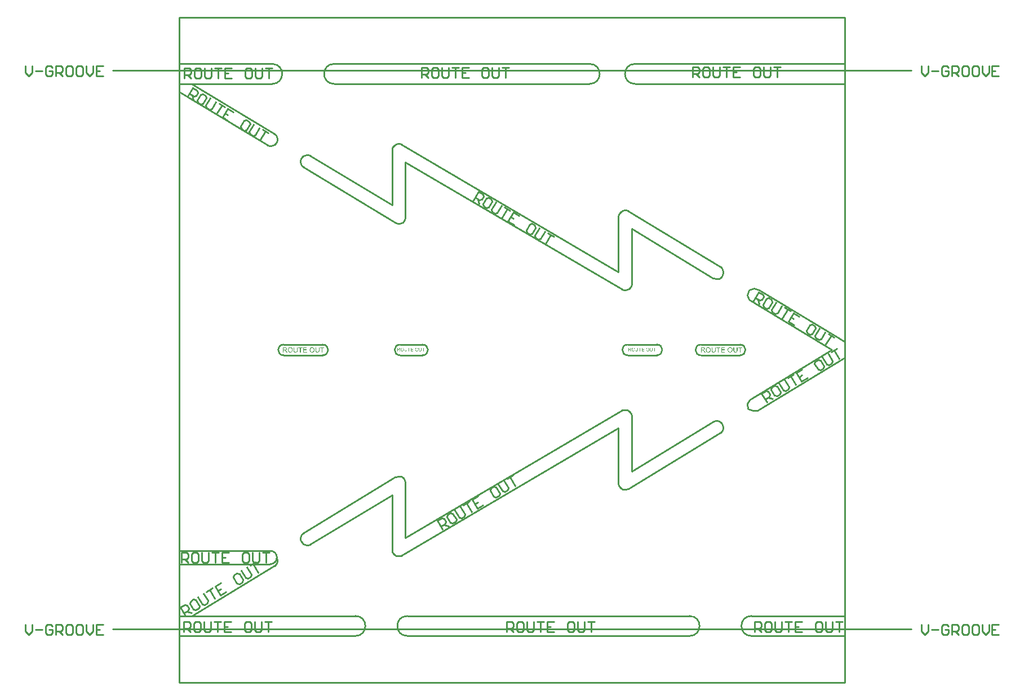
<source format=gm1>
G04*
G04 #@! TF.GenerationSoftware,Altium Limited,Altium Designer,20.0.2 (26)*
G04*
G04 Layer_Color=16740166*
%FSLAX25Y25*%
%MOIN*%
G70*
G01*
G75*
%ADD13C,0.01000*%
G36*
X280150Y62D02*
Y59D01*
Y48D01*
Y33D01*
Y13D01*
X280147Y-13D01*
Y-42D01*
X280144Y-77D01*
X280141Y-112D01*
X280132Y-191D01*
X280120Y-272D01*
X280103Y-351D01*
X280091Y-389D01*
X280080Y-424D01*
Y-427D01*
X280077Y-432D01*
X280071Y-441D01*
X280065Y-453D01*
X280048Y-485D01*
X280022Y-526D01*
X279987Y-572D01*
X279946Y-619D01*
X279893Y-668D01*
X279830Y-712D01*
X279827D01*
X279821Y-718D01*
X279812Y-721D01*
X279798Y-729D01*
X279780Y-738D01*
X279757Y-747D01*
X279733Y-755D01*
X279704Y-767D01*
X279672Y-779D01*
X279638Y-787D01*
X279600Y-796D01*
X279556Y-805D01*
X279512Y-811D01*
X279466Y-817D01*
X279361Y-822D01*
X279335D01*
X279314Y-819D01*
X279291D01*
X279262Y-817D01*
X279230Y-814D01*
X279198Y-811D01*
X279125Y-799D01*
X279047Y-782D01*
X278971Y-758D01*
X278898Y-726D01*
X278895D01*
X278890Y-721D01*
X278881Y-715D01*
X278869Y-709D01*
X278837Y-686D01*
X278799Y-654D01*
X278756Y-613D01*
X278715Y-566D01*
X278674Y-508D01*
X278642Y-444D01*
Y-441D01*
X278639Y-435D01*
X278636Y-424D01*
X278631Y-409D01*
X278625Y-392D01*
X278619Y-368D01*
X278610Y-342D01*
X278604Y-310D01*
X278599Y-275D01*
X278590Y-237D01*
X278584Y-197D01*
X278578Y-153D01*
X278572Y-104D01*
X278570Y-51D01*
X278567Y4D01*
Y62D01*
Y1226D01*
X278834D01*
Y62D01*
Y59D01*
Y51D01*
Y36D01*
Y19D01*
X278837Y-2D01*
Y-28D01*
X278840Y-83D01*
X278846Y-147D01*
X278855Y-211D01*
X278866Y-272D01*
X278872Y-298D01*
X278881Y-325D01*
X278884Y-331D01*
X278890Y-345D01*
X278904Y-365D01*
X278922Y-395D01*
X278942Y-424D01*
X278971Y-456D01*
X279006Y-488D01*
X279047Y-514D01*
X279053Y-517D01*
X279067Y-526D01*
X279093Y-534D01*
X279128Y-546D01*
X279169Y-560D01*
X279221Y-569D01*
X279277Y-578D01*
X279338Y-581D01*
X279367D01*
X279384Y-578D01*
X279411D01*
X279437Y-575D01*
X279501Y-563D01*
X279571Y-549D01*
X279638Y-526D01*
X279701Y-494D01*
X279731Y-473D01*
X279757Y-450D01*
X279760Y-447D01*
X279763Y-444D01*
X279768Y-435D01*
X279777Y-424D01*
X279786Y-406D01*
X279798Y-389D01*
X279809Y-362D01*
X279821Y-336D01*
X279832Y-304D01*
X279841Y-267D01*
X279853Y-223D01*
X279861Y-176D01*
X279870Y-124D01*
X279876Y-69D01*
X279882Y-5D01*
Y62D01*
Y1226D01*
X280150D01*
Y62D01*
D02*
G37*
G36*
X271551D02*
Y59D01*
Y48D01*
Y33D01*
Y13D01*
X271548Y-13D01*
Y-42D01*
X271545Y-77D01*
X271542Y-112D01*
X271533Y-191D01*
X271521Y-272D01*
X271504Y-351D01*
X271492Y-389D01*
X271481Y-424D01*
Y-427D01*
X271478Y-432D01*
X271472Y-441D01*
X271466Y-453D01*
X271449Y-485D01*
X271423Y-526D01*
X271388Y-572D01*
X271347Y-619D01*
X271294Y-668D01*
X271231Y-712D01*
X271228D01*
X271222Y-718D01*
X271213Y-721D01*
X271199Y-729D01*
X271181Y-738D01*
X271158Y-747D01*
X271134Y-755D01*
X271105Y-767D01*
X271073Y-779D01*
X271038Y-787D01*
X271001Y-796D01*
X270957Y-805D01*
X270913Y-811D01*
X270867Y-817D01*
X270762Y-822D01*
X270736D01*
X270715Y-819D01*
X270692D01*
X270663Y-817D01*
X270631Y-814D01*
X270599Y-811D01*
X270526Y-799D01*
X270448Y-782D01*
X270372Y-758D01*
X270299Y-726D01*
X270296D01*
X270290Y-721D01*
X270282Y-715D01*
X270270Y-709D01*
X270238Y-686D01*
X270200Y-654D01*
X270157Y-613D01*
X270116Y-566D01*
X270075Y-508D01*
X270043Y-444D01*
Y-441D01*
X270040Y-435D01*
X270037Y-424D01*
X270032Y-409D01*
X270026Y-392D01*
X270020Y-368D01*
X270011Y-342D01*
X270005Y-310D01*
X270000Y-275D01*
X269991Y-237D01*
X269985Y-197D01*
X269979Y-153D01*
X269973Y-104D01*
X269970Y-51D01*
X269968Y4D01*
Y62D01*
Y1226D01*
X270235D01*
Y62D01*
Y59D01*
Y51D01*
Y36D01*
Y19D01*
X270238Y-2D01*
Y-28D01*
X270241Y-83D01*
X270247Y-147D01*
X270256Y-211D01*
X270267Y-272D01*
X270273Y-298D01*
X270282Y-325D01*
X270285Y-331D01*
X270290Y-345D01*
X270305Y-365D01*
X270323Y-395D01*
X270343Y-424D01*
X270372Y-456D01*
X270407Y-488D01*
X270448Y-514D01*
X270454Y-517D01*
X270468Y-526D01*
X270494Y-534D01*
X270529Y-546D01*
X270570Y-560D01*
X270622Y-569D01*
X270678Y-578D01*
X270739Y-581D01*
X270768D01*
X270785Y-578D01*
X270811D01*
X270838Y-575D01*
X270902Y-563D01*
X270971Y-549D01*
X271038Y-526D01*
X271102Y-494D01*
X271131Y-473D01*
X271158Y-450D01*
X271161Y-447D01*
X271164Y-444D01*
X271169Y-435D01*
X271178Y-424D01*
X271187Y-406D01*
X271199Y-389D01*
X271210Y-362D01*
X271222Y-336D01*
X271233Y-304D01*
X271242Y-267D01*
X271254Y-223D01*
X271263Y-176D01*
X271271Y-124D01*
X271277Y-69D01*
X271283Y-5D01*
Y62D01*
Y1226D01*
X271551D01*
Y62D01*
D02*
G37*
G36*
X282038Y988D02*
X281375D01*
Y-787D01*
X281107D01*
Y988D01*
X280444D01*
Y1226D01*
X282038D01*
Y988D01*
D02*
G37*
G36*
X275176D02*
X273986D01*
Y374D01*
X275101D01*
Y135D01*
X273986D01*
Y-549D01*
X275223D01*
Y-787D01*
X273719D01*
Y1226D01*
X275176D01*
Y988D01*
D02*
G37*
G36*
X273439D02*
X272776D01*
Y-787D01*
X272508D01*
Y988D01*
X271845D01*
Y1226D01*
X273439D01*
Y988D01*
D02*
G37*
G36*
X266705Y1223D02*
X266732D01*
X266793Y1221D01*
X266857Y1212D01*
X266927Y1203D01*
X266991Y1189D01*
X267023Y1180D01*
X267049Y1171D01*
X267052D01*
X267055Y1168D01*
X267072Y1159D01*
X267098Y1148D01*
X267130Y1127D01*
X267165Y1101D01*
X267203Y1066D01*
X267238Y1025D01*
X267273Y979D01*
Y976D01*
X267276Y973D01*
X267287Y956D01*
X267299Y927D01*
X267317Y889D01*
X267331Y845D01*
X267346Y793D01*
X267354Y737D01*
X267357Y676D01*
Y673D01*
Y668D01*
Y656D01*
X267354Y641D01*
Y621D01*
X267351Y601D01*
X267340Y551D01*
X267322Y493D01*
X267299Y432D01*
X267264Y371D01*
X267241Y342D01*
X267218Y313D01*
X267215Y310D01*
X267212Y307D01*
X267203Y298D01*
X267191Y289D01*
X267177Y278D01*
X267159Y266D01*
X267136Y252D01*
X267113Y234D01*
X267084Y219D01*
X267052Y205D01*
X267017Y187D01*
X266979Y173D01*
X266935Y161D01*
X266892Y147D01*
X266842Y138D01*
X266790Y129D01*
X266796Y126D01*
X266807Y120D01*
X266825Y109D01*
X266848Y97D01*
X266900Y65D01*
X266927Y45D01*
X266950Y27D01*
X266956Y22D01*
X266970Y7D01*
X266993Y-16D01*
X267023Y-45D01*
X267055Y-86D01*
X267092Y-130D01*
X267130Y-182D01*
X267171Y-240D01*
X267517Y-787D01*
X267186D01*
X266921Y-368D01*
Y-365D01*
X266915Y-360D01*
X266909Y-351D01*
X266900Y-339D01*
X266880Y-307D01*
X266854Y-267D01*
X266822Y-223D01*
X266790Y-176D01*
X266758Y-133D01*
X266729Y-92D01*
X266726Y-89D01*
X266717Y-77D01*
X266703Y-60D01*
X266682Y-40D01*
X266638Y4D01*
X266615Y25D01*
X266592Y42D01*
X266589Y45D01*
X266583Y48D01*
X266572Y54D01*
X266554Y62D01*
X266537Y71D01*
X266516Y80D01*
X266470Y94D01*
X266467D01*
X266461Y97D01*
X266449D01*
X266435Y100D01*
X266414Y103D01*
X266391D01*
X266359Y106D01*
X266016D01*
Y-787D01*
X265748D01*
Y1226D01*
X266682D01*
X266705Y1223D01*
D02*
G37*
G36*
X277304Y1258D02*
X277330D01*
X277356Y1255D01*
X277391Y1250D01*
X277426Y1244D01*
X277502Y1229D01*
X277589Y1206D01*
X277673Y1171D01*
X277717Y1151D01*
X277761Y1127D01*
X277763Y1125D01*
X277769Y1122D01*
X277781Y1113D01*
X277798Y1104D01*
X277816Y1090D01*
X277839Y1072D01*
X277888Y1031D01*
X277941Y979D01*
X277999Y915D01*
X278054Y839D01*
X278101Y755D01*
Y752D01*
X278107Y743D01*
X278113Y732D01*
X278118Y714D01*
X278130Y691D01*
X278139Y665D01*
X278151Y633D01*
X278162Y598D01*
X278171Y560D01*
X278183Y519D01*
X278194Y473D01*
X278203Y426D01*
X278215Y324D01*
X278220Y214D01*
Y211D01*
Y199D01*
Y184D01*
X278217Y161D01*
Y135D01*
X278215Y103D01*
X278209Y68D01*
X278206Y30D01*
X278191Y-54D01*
X278168Y-147D01*
X278136Y-240D01*
X278118Y-287D01*
X278095Y-333D01*
Y-336D01*
X278089Y-345D01*
X278083Y-357D01*
X278072Y-374D01*
X278060Y-395D01*
X278046Y-415D01*
X278005Y-470D01*
X277956Y-528D01*
X277897Y-589D01*
X277827Y-648D01*
X277746Y-700D01*
X277743D01*
X277737Y-706D01*
X277723Y-712D01*
X277705Y-721D01*
X277685Y-729D01*
X277662Y-738D01*
X277632Y-750D01*
X277601Y-761D01*
X277566Y-773D01*
X277528Y-785D01*
X277443Y-802D01*
X277353Y-817D01*
X277257Y-822D01*
X277228D01*
X277210Y-819D01*
X277184D01*
X277155Y-814D01*
X277123Y-811D01*
X277085Y-805D01*
X277007Y-787D01*
X276922Y-764D01*
X276835Y-729D01*
X276792Y-709D01*
X276748Y-686D01*
X276745Y-683D01*
X276739Y-680D01*
X276728Y-671D01*
X276710Y-659D01*
X276693Y-648D01*
X276672Y-630D01*
X276623Y-587D01*
X276567Y-534D01*
X276509Y-470D01*
X276457Y-398D01*
X276407Y-313D01*
Y-310D01*
X276401Y-301D01*
X276396Y-290D01*
X276390Y-272D01*
X276381Y-249D01*
X276372Y-223D01*
X276361Y-194D01*
X276352Y-162D01*
X276340Y-124D01*
X276329Y-86D01*
X276311Y1D01*
X276300Y91D01*
X276294Y190D01*
Y193D01*
Y196D01*
Y214D01*
X276297Y240D01*
Y275D01*
X276303Y316D01*
X276308Y365D01*
X276317Y420D01*
X276329Y478D01*
X276340Y540D01*
X276358Y604D01*
X276381Y668D01*
X276407Y734D01*
X276436Y799D01*
X276474Y863D01*
X276515Y921D01*
X276562Y976D01*
X276565Y979D01*
X276573Y988D01*
X276591Y1002D01*
X276611Y1020D01*
X276637Y1043D01*
X276669Y1066D01*
X276707Y1092D01*
X276751Y1119D01*
X276797Y1145D01*
X276850Y1171D01*
X276908Y1194D01*
X276969Y1218D01*
X277036Y1235D01*
X277106Y1250D01*
X277179Y1258D01*
X277257Y1261D01*
X277283D01*
X277304Y1258D01*
D02*
G37*
G36*
X268705D02*
X268731D01*
X268757Y1255D01*
X268792Y1250D01*
X268827Y1244D01*
X268902Y1229D01*
X268990Y1206D01*
X269074Y1171D01*
X269118Y1151D01*
X269162Y1127D01*
X269164Y1125D01*
X269170Y1122D01*
X269182Y1113D01*
X269199Y1104D01*
X269217Y1090D01*
X269240Y1072D01*
X269289Y1031D01*
X269342Y979D01*
X269400Y915D01*
X269455Y839D01*
X269502Y755D01*
Y752D01*
X269508Y743D01*
X269514Y732D01*
X269519Y714D01*
X269531Y691D01*
X269540Y665D01*
X269551Y633D01*
X269563Y598D01*
X269572Y560D01*
X269583Y519D01*
X269595Y473D01*
X269604Y426D01*
X269615Y324D01*
X269621Y214D01*
Y211D01*
Y199D01*
Y184D01*
X269618Y161D01*
Y135D01*
X269615Y103D01*
X269610Y68D01*
X269607Y30D01*
X269592Y-54D01*
X269569Y-147D01*
X269537Y-240D01*
X269519Y-287D01*
X269496Y-333D01*
Y-336D01*
X269490Y-345D01*
X269484Y-357D01*
X269473Y-374D01*
X269461Y-395D01*
X269447Y-415D01*
X269406Y-470D01*
X269356Y-528D01*
X269298Y-589D01*
X269228Y-648D01*
X269147Y-700D01*
X269144D01*
X269138Y-706D01*
X269124Y-712D01*
X269106Y-721D01*
X269086Y-729D01*
X269062Y-738D01*
X269033Y-750D01*
X269001Y-761D01*
X268967Y-773D01*
X268929Y-785D01*
X268844Y-802D01*
X268754Y-817D01*
X268658Y-822D01*
X268629D01*
X268612Y-819D01*
X268585D01*
X268556Y-814D01*
X268524Y-811D01*
X268486Y-805D01*
X268408Y-787D01*
X268323Y-764D01*
X268236Y-729D01*
X268192Y-709D01*
X268149Y-686D01*
X268146Y-683D01*
X268140Y-680D01*
X268128Y-671D01*
X268111Y-659D01*
X268093Y-648D01*
X268073Y-630D01*
X268024Y-587D01*
X267968Y-534D01*
X267910Y-470D01*
X267858Y-398D01*
X267808Y-313D01*
Y-310D01*
X267803Y-301D01*
X267797Y-290D01*
X267791Y-272D01*
X267782Y-249D01*
X267773Y-223D01*
X267762Y-194D01*
X267753Y-162D01*
X267741Y-124D01*
X267730Y-86D01*
X267712Y1D01*
X267701Y91D01*
X267695Y190D01*
Y193D01*
Y196D01*
Y214D01*
X267698Y240D01*
Y275D01*
X267704Y316D01*
X267709Y365D01*
X267718Y420D01*
X267730Y478D01*
X267741Y540D01*
X267759Y604D01*
X267782Y668D01*
X267808Y734D01*
X267837Y799D01*
X267875Y863D01*
X267916Y921D01*
X267963Y976D01*
X267966Y979D01*
X267974Y988D01*
X267992Y1002D01*
X268012Y1020D01*
X268038Y1043D01*
X268070Y1066D01*
X268108Y1092D01*
X268152Y1119D01*
X268198Y1145D01*
X268251Y1171D01*
X268309Y1194D01*
X268370Y1218D01*
X268437Y1235D01*
X268507Y1250D01*
X268580Y1258D01*
X268658Y1261D01*
X268684D01*
X268705Y1258D01*
D02*
G37*
G36*
X143535Y62D02*
Y59D01*
Y48D01*
Y33D01*
Y13D01*
X143533Y-13D01*
Y-42D01*
X143530Y-77D01*
X143527Y-112D01*
X143518Y-191D01*
X143506Y-272D01*
X143489Y-351D01*
X143477Y-389D01*
X143466Y-424D01*
Y-427D01*
X143463Y-432D01*
X143457Y-441D01*
X143451Y-453D01*
X143434Y-485D01*
X143407Y-526D01*
X143372Y-572D01*
X143332Y-619D01*
X143279Y-668D01*
X143215Y-712D01*
X143212D01*
X143207Y-718D01*
X143198Y-721D01*
X143183Y-729D01*
X143166Y-738D01*
X143143Y-747D01*
X143119Y-755D01*
X143090Y-767D01*
X143058Y-779D01*
X143023Y-787D01*
X142985Y-796D01*
X142942Y-805D01*
X142898Y-811D01*
X142852Y-817D01*
X142747Y-822D01*
X142721D01*
X142700Y-819D01*
X142677D01*
X142648Y-817D01*
X142616Y-814D01*
X142584Y-811D01*
X142511Y-799D01*
X142433Y-782D01*
X142357Y-758D01*
X142284Y-726D01*
X142281D01*
X142275Y-721D01*
X142267Y-715D01*
X142255Y-709D01*
X142223Y-686D01*
X142185Y-654D01*
X142142Y-613D01*
X142101Y-566D01*
X142060Y-508D01*
X142028Y-444D01*
Y-441D01*
X142025Y-435D01*
X142022Y-424D01*
X142016Y-409D01*
X142011Y-392D01*
X142005Y-368D01*
X141996Y-342D01*
X141990Y-310D01*
X141984Y-275D01*
X141976Y-237D01*
X141970Y-197D01*
X141964Y-153D01*
X141958Y-104D01*
X141955Y-51D01*
X141952Y4D01*
Y62D01*
Y1226D01*
X142220D01*
Y62D01*
Y59D01*
Y51D01*
Y36D01*
Y19D01*
X142223Y-2D01*
Y-28D01*
X142226Y-83D01*
X142232Y-147D01*
X142241Y-211D01*
X142252Y-272D01*
X142258Y-298D01*
X142267Y-325D01*
X142270Y-331D01*
X142275Y-345D01*
X142290Y-365D01*
X142307Y-395D01*
X142328Y-424D01*
X142357Y-456D01*
X142392Y-488D01*
X142433Y-514D01*
X142438Y-517D01*
X142453Y-526D01*
X142479Y-534D01*
X142514Y-546D01*
X142555Y-560D01*
X142607Y-569D01*
X142662Y-578D01*
X142724Y-581D01*
X142753D01*
X142770Y-578D01*
X142796D01*
X142823Y-575D01*
X142886Y-563D01*
X142956Y-549D01*
X143023Y-526D01*
X143087Y-494D01*
X143116Y-473D01*
X143143Y-450D01*
X143146Y-447D01*
X143148Y-444D01*
X143154Y-435D01*
X143163Y-424D01*
X143172Y-406D01*
X143183Y-389D01*
X143195Y-362D01*
X143207Y-336D01*
X143218Y-304D01*
X143227Y-267D01*
X143239Y-223D01*
X143247Y-176D01*
X143256Y-124D01*
X143262Y-69D01*
X143268Y-5D01*
Y62D01*
Y1226D01*
X143535D01*
Y62D01*
D02*
G37*
G36*
X134936D02*
Y59D01*
Y48D01*
Y33D01*
Y13D01*
X134933Y-13D01*
Y-42D01*
X134931Y-77D01*
X134928Y-112D01*
X134919Y-191D01*
X134907Y-272D01*
X134890Y-351D01*
X134878Y-389D01*
X134867Y-424D01*
Y-427D01*
X134864Y-432D01*
X134858Y-441D01*
X134852Y-453D01*
X134835Y-485D01*
X134808Y-526D01*
X134773Y-572D01*
X134733Y-619D01*
X134680Y-668D01*
X134616Y-712D01*
X134613D01*
X134608Y-718D01*
X134599Y-721D01*
X134584Y-729D01*
X134567Y-738D01*
X134544Y-747D01*
X134520Y-755D01*
X134491Y-767D01*
X134459Y-779D01*
X134424Y-787D01*
X134386Y-796D01*
X134343Y-805D01*
X134299Y-811D01*
X134253Y-817D01*
X134148Y-822D01*
X134122D01*
X134101Y-819D01*
X134078D01*
X134049Y-817D01*
X134017Y-814D01*
X133985Y-811D01*
X133912Y-799D01*
X133834Y-782D01*
X133758Y-758D01*
X133685Y-726D01*
X133682D01*
X133676Y-721D01*
X133668Y-715D01*
X133656Y-709D01*
X133624Y-686D01*
X133586Y-654D01*
X133543Y-613D01*
X133502Y-566D01*
X133461Y-508D01*
X133429Y-444D01*
Y-441D01*
X133426Y-435D01*
X133423Y-424D01*
X133417Y-409D01*
X133412Y-392D01*
X133406Y-368D01*
X133397Y-342D01*
X133391Y-310D01*
X133385Y-275D01*
X133377Y-237D01*
X133371Y-197D01*
X133365Y-153D01*
X133359Y-104D01*
X133356Y-51D01*
X133353Y4D01*
Y62D01*
Y1226D01*
X133621D01*
Y62D01*
Y59D01*
Y51D01*
Y36D01*
Y19D01*
X133624Y-2D01*
Y-28D01*
X133627Y-83D01*
X133633Y-147D01*
X133642Y-211D01*
X133653Y-272D01*
X133659Y-298D01*
X133668Y-325D01*
X133671Y-331D01*
X133676Y-345D01*
X133691Y-365D01*
X133708Y-395D01*
X133729Y-424D01*
X133758Y-456D01*
X133793Y-488D01*
X133834Y-514D01*
X133839Y-517D01*
X133854Y-526D01*
X133880Y-534D01*
X133915Y-546D01*
X133956Y-560D01*
X134008Y-569D01*
X134063Y-578D01*
X134125Y-581D01*
X134154D01*
X134171Y-578D01*
X134197D01*
X134223Y-575D01*
X134288Y-563D01*
X134357Y-549D01*
X134424Y-526D01*
X134488Y-494D01*
X134517Y-473D01*
X134544Y-450D01*
X134546Y-447D01*
X134549Y-444D01*
X134555Y-435D01*
X134564Y-424D01*
X134573Y-406D01*
X134584Y-389D01*
X134596Y-362D01*
X134608Y-336D01*
X134619Y-304D01*
X134628Y-267D01*
X134640Y-223D01*
X134648Y-176D01*
X134657Y-124D01*
X134663Y-69D01*
X134669Y-5D01*
Y62D01*
Y1226D01*
X134936D01*
Y62D01*
D02*
G37*
G36*
X145424Y988D02*
X144761D01*
Y-787D01*
X144493D01*
Y988D01*
X143829D01*
Y1226D01*
X145424D01*
Y988D01*
D02*
G37*
G36*
X138562D02*
X137372D01*
Y374D01*
X138487D01*
Y135D01*
X137372D01*
Y-549D01*
X138609D01*
Y-787D01*
X137104D01*
Y1226D01*
X138562D01*
Y988D01*
D02*
G37*
G36*
X136825D02*
X136161D01*
Y-787D01*
X135894D01*
Y988D01*
X135230D01*
Y1226D01*
X136825D01*
Y988D01*
D02*
G37*
G36*
X130091Y1223D02*
X130117D01*
X130178Y1221D01*
X130243Y1212D01*
X130312Y1203D01*
X130376Y1189D01*
X130408Y1180D01*
X130435Y1171D01*
X130438D01*
X130440Y1168D01*
X130458Y1159D01*
X130484Y1148D01*
X130516Y1127D01*
X130551Y1101D01*
X130589Y1066D01*
X130624Y1025D01*
X130659Y979D01*
Y976D01*
X130662Y973D01*
X130673Y956D01*
X130685Y927D01*
X130702Y889D01*
X130717Y845D01*
X130731Y793D01*
X130740Y737D01*
X130743Y676D01*
Y673D01*
Y668D01*
Y656D01*
X130740Y641D01*
Y621D01*
X130737Y601D01*
X130726Y551D01*
X130708Y493D01*
X130685Y432D01*
X130650Y371D01*
X130627Y342D01*
X130603Y313D01*
X130601Y310D01*
X130598Y307D01*
X130589Y298D01*
X130577Y289D01*
X130563Y278D01*
X130545Y266D01*
X130522Y252D01*
X130499Y234D01*
X130470Y219D01*
X130438Y205D01*
X130403Y187D01*
X130365Y173D01*
X130321Y161D01*
X130278Y147D01*
X130228Y138D01*
X130176Y129D01*
X130182Y126D01*
X130193Y120D01*
X130211Y109D01*
X130234Y97D01*
X130286Y65D01*
X130312Y45D01*
X130336Y27D01*
X130341Y22D01*
X130356Y7D01*
X130379Y-16D01*
X130408Y-45D01*
X130440Y-86D01*
X130478Y-130D01*
X130516Y-182D01*
X130557Y-240D01*
X130903Y-787D01*
X130571D01*
X130307Y-368D01*
Y-365D01*
X130301Y-360D01*
X130295Y-351D01*
X130286Y-339D01*
X130266Y-307D01*
X130240Y-267D01*
X130208Y-223D01*
X130176Y-176D01*
X130144Y-133D01*
X130114Y-92D01*
X130112Y-89D01*
X130103Y-77D01*
X130088Y-60D01*
X130068Y-40D01*
X130024Y4D01*
X130001Y25D01*
X129978Y42D01*
X129975Y45D01*
X129969Y48D01*
X129957Y54D01*
X129940Y62D01*
X129922Y71D01*
X129902Y80D01*
X129856Y94D01*
X129853D01*
X129847Y97D01*
X129835D01*
X129821Y100D01*
X129800Y103D01*
X129777D01*
X129745Y106D01*
X129402D01*
Y-787D01*
X129134D01*
Y1226D01*
X130068D01*
X130091Y1223D01*
D02*
G37*
G36*
X140690Y1258D02*
X140716D01*
X140742Y1255D01*
X140777Y1250D01*
X140812Y1244D01*
X140887Y1229D01*
X140975Y1206D01*
X141059Y1171D01*
X141103Y1151D01*
X141146Y1127D01*
X141149Y1125D01*
X141155Y1122D01*
X141167Y1113D01*
X141184Y1104D01*
X141202Y1090D01*
X141225Y1072D01*
X141274Y1031D01*
X141327Y979D01*
X141385Y915D01*
X141440Y839D01*
X141487Y755D01*
Y752D01*
X141493Y743D01*
X141498Y732D01*
X141504Y714D01*
X141516Y691D01*
X141525Y665D01*
X141536Y633D01*
X141548Y598D01*
X141557Y560D01*
X141568Y519D01*
X141580Y473D01*
X141589Y426D01*
X141600Y324D01*
X141606Y214D01*
Y211D01*
Y199D01*
Y184D01*
X141603Y161D01*
Y135D01*
X141600Y103D01*
X141595Y68D01*
X141592Y30D01*
X141577Y-54D01*
X141554Y-147D01*
X141522Y-240D01*
X141504Y-287D01*
X141481Y-333D01*
Y-336D01*
X141475Y-345D01*
X141469Y-357D01*
X141458Y-374D01*
X141446Y-395D01*
X141431Y-415D01*
X141391Y-470D01*
X141341Y-528D01*
X141283Y-589D01*
X141213Y-648D01*
X141132Y-700D01*
X141129D01*
X141123Y-706D01*
X141109Y-712D01*
X141091Y-721D01*
X141071Y-729D01*
X141047Y-738D01*
X141018Y-750D01*
X140986Y-761D01*
X140951Y-773D01*
X140913Y-785D01*
X140829Y-802D01*
X140739Y-817D01*
X140643Y-822D01*
X140614D01*
X140596Y-819D01*
X140570D01*
X140541Y-814D01*
X140509Y-811D01*
X140471Y-805D01*
X140393Y-787D01*
X140308Y-764D01*
X140221Y-729D01*
X140177Y-709D01*
X140134Y-686D01*
X140131Y-683D01*
X140125Y-680D01*
X140113Y-671D01*
X140096Y-659D01*
X140078Y-648D01*
X140058Y-630D01*
X140008Y-587D01*
X139953Y-534D01*
X139895Y-470D01*
X139843Y-398D01*
X139793Y-313D01*
Y-310D01*
X139787Y-301D01*
X139781Y-290D01*
X139776Y-272D01*
X139767Y-249D01*
X139758Y-223D01*
X139747Y-194D01*
X139738Y-162D01*
X139726Y-124D01*
X139715Y-86D01*
X139697Y1D01*
X139685Y91D01*
X139680Y190D01*
Y193D01*
Y196D01*
Y214D01*
X139683Y240D01*
Y275D01*
X139688Y316D01*
X139694Y365D01*
X139703Y420D01*
X139715Y478D01*
X139726Y540D01*
X139744Y604D01*
X139767Y668D01*
X139793Y734D01*
X139822Y799D01*
X139860Y863D01*
X139901Y921D01*
X139947Y976D01*
X139950Y979D01*
X139959Y988D01*
X139977Y1002D01*
X139997Y1020D01*
X140023Y1043D01*
X140055Y1066D01*
X140093Y1092D01*
X140137Y1119D01*
X140183Y1145D01*
X140235Y1171D01*
X140294Y1194D01*
X140355Y1218D01*
X140422Y1235D01*
X140492Y1250D01*
X140564Y1258D01*
X140643Y1261D01*
X140669D01*
X140690Y1258D01*
D02*
G37*
G36*
X132090D02*
X132117D01*
X132143Y1255D01*
X132178Y1250D01*
X132213Y1244D01*
X132288Y1229D01*
X132376Y1206D01*
X132460Y1171D01*
X132504Y1151D01*
X132547Y1127D01*
X132550Y1125D01*
X132556Y1122D01*
X132568Y1113D01*
X132585Y1104D01*
X132603Y1090D01*
X132626Y1072D01*
X132675Y1031D01*
X132728Y979D01*
X132786Y915D01*
X132841Y839D01*
X132888Y755D01*
Y752D01*
X132894Y743D01*
X132899Y732D01*
X132905Y714D01*
X132917Y691D01*
X132926Y665D01*
X132937Y633D01*
X132949Y598D01*
X132958Y560D01*
X132969Y519D01*
X132981Y473D01*
X132990Y426D01*
X133001Y324D01*
X133007Y214D01*
Y211D01*
Y199D01*
Y184D01*
X133004Y161D01*
Y135D01*
X133001Y103D01*
X132995Y68D01*
X132992Y30D01*
X132978Y-54D01*
X132955Y-147D01*
X132923Y-240D01*
X132905Y-287D01*
X132882Y-333D01*
Y-336D01*
X132876Y-345D01*
X132870Y-357D01*
X132859Y-374D01*
X132847Y-395D01*
X132833Y-415D01*
X132792Y-470D01*
X132742Y-528D01*
X132684Y-589D01*
X132614Y-648D01*
X132533Y-700D01*
X132530D01*
X132524Y-706D01*
X132510Y-712D01*
X132492Y-721D01*
X132472Y-729D01*
X132448Y-738D01*
X132419Y-750D01*
X132387Y-761D01*
X132352Y-773D01*
X132315Y-785D01*
X132230Y-802D01*
X132140Y-817D01*
X132044Y-822D01*
X132015D01*
X131997Y-819D01*
X131971D01*
X131942Y-814D01*
X131910Y-811D01*
X131872Y-805D01*
X131794Y-787D01*
X131709Y-764D01*
X131622Y-729D01*
X131578Y-709D01*
X131535Y-686D01*
X131532Y-683D01*
X131526Y-680D01*
X131514Y-671D01*
X131497Y-659D01*
X131479Y-648D01*
X131459Y-630D01*
X131410Y-587D01*
X131354Y-534D01*
X131296Y-470D01*
X131244Y-398D01*
X131194Y-313D01*
Y-310D01*
X131188Y-301D01*
X131183Y-290D01*
X131177Y-272D01*
X131168Y-249D01*
X131159Y-223D01*
X131148Y-194D01*
X131139Y-162D01*
X131127Y-124D01*
X131116Y-86D01*
X131098Y1D01*
X131087Y91D01*
X131081Y190D01*
Y193D01*
Y196D01*
Y214D01*
X131084Y240D01*
Y275D01*
X131089Y316D01*
X131095Y365D01*
X131104Y420D01*
X131116Y478D01*
X131127Y540D01*
X131145Y604D01*
X131168Y668D01*
X131194Y734D01*
X131223Y799D01*
X131261Y863D01*
X131302Y921D01*
X131348Y976D01*
X131351Y979D01*
X131360Y988D01*
X131377Y1002D01*
X131398Y1020D01*
X131424Y1043D01*
X131456Y1066D01*
X131494Y1092D01*
X131537Y1119D01*
X131584Y1145D01*
X131637Y1171D01*
X131695Y1194D01*
X131756Y1218D01*
X131823Y1235D01*
X131893Y1250D01*
X131965Y1258D01*
X132044Y1261D01*
X132070D01*
X132090Y1258D01*
D02*
G37*
G36*
X330308Y-179D02*
Y-184D01*
Y-201D01*
Y-223D01*
Y-253D01*
X330303Y-293D01*
Y-337D01*
X330299Y-389D01*
X330294Y-441D01*
X330281Y-559D01*
X330264Y-682D01*
X330238Y-800D01*
X330220Y-857D01*
X330203Y-909D01*
Y-913D01*
X330198Y-922D01*
X330189Y-935D01*
X330181Y-953D01*
X330154Y-1001D01*
X330115Y-1062D01*
X330063Y-1132D01*
X330002Y-1202D01*
X329923Y-1276D01*
X329827Y-1342D01*
X329822D01*
X329814Y-1350D01*
X329801Y-1355D01*
X329779Y-1368D01*
X329752Y-1381D01*
X329717Y-1394D01*
X329683Y-1407D01*
X329639Y-1425D01*
X329591Y-1442D01*
X329538Y-1455D01*
X329482Y-1468D01*
X329416Y-1481D01*
X329350Y-1490D01*
X329280Y-1499D01*
X329123Y-1508D01*
X329084D01*
X329053Y-1503D01*
X329018D01*
X328975Y-1499D01*
X328926Y-1495D01*
X328878Y-1490D01*
X328769Y-1473D01*
X328651Y-1446D01*
X328538Y-1412D01*
X328428Y-1363D01*
X328424D01*
X328415Y-1355D01*
X328402Y-1346D01*
X328385Y-1337D01*
X328337Y-1302D01*
X328280Y-1254D01*
X328214Y-1193D01*
X328153Y-1123D01*
X328092Y-1036D01*
X328044Y-939D01*
Y-935D01*
X328039Y-926D01*
X328035Y-909D01*
X328026Y-887D01*
X328018Y-861D01*
X328009Y-826D01*
X327996Y-787D01*
X327987Y-739D01*
X327978Y-686D01*
X327965Y-629D01*
X327956Y-568D01*
X327948Y-502D01*
X327939Y-428D01*
X327935Y-350D01*
X327930Y-267D01*
Y-179D01*
Y1569D01*
X328332D01*
Y-179D01*
Y-184D01*
Y-197D01*
Y-219D01*
Y-245D01*
X328337Y-275D01*
Y-315D01*
X328341Y-398D01*
X328350Y-494D01*
X328363Y-590D01*
X328380Y-682D01*
X328389Y-721D01*
X328402Y-760D01*
X328407Y-769D01*
X328415Y-791D01*
X328437Y-821D01*
X328463Y-865D01*
X328494Y-909D01*
X328538Y-957D01*
X328590Y-1005D01*
X328651Y-1044D01*
X328660Y-1049D01*
X328682Y-1062D01*
X328721Y-1075D01*
X328774Y-1092D01*
X328835Y-1114D01*
X328913Y-1127D01*
X328996Y-1141D01*
X329088Y-1145D01*
X329132D01*
X329158Y-1141D01*
X329198D01*
X329237Y-1136D01*
X329333Y-1119D01*
X329438Y-1097D01*
X329538Y-1062D01*
X329634Y-1014D01*
X329678Y-983D01*
X329717Y-948D01*
X329722Y-944D01*
X329726Y-939D01*
X329735Y-926D01*
X329748Y-909D01*
X329761Y-883D01*
X329779Y-857D01*
X329796Y-817D01*
X329814Y-778D01*
X329831Y-730D01*
X329844Y-673D01*
X329862Y-607D01*
X329875Y-538D01*
X329888Y-459D01*
X329897Y-376D01*
X329905Y-280D01*
Y-179D01*
Y1569D01*
X330308D01*
Y-179D01*
D02*
G37*
G36*
X317394D02*
Y-184D01*
Y-201D01*
Y-223D01*
Y-253D01*
X317390Y-293D01*
Y-337D01*
X317385Y-389D01*
X317381Y-441D01*
X317368Y-559D01*
X317350Y-682D01*
X317324Y-800D01*
X317307Y-857D01*
X317289Y-909D01*
Y-913D01*
X317285Y-922D01*
X317276Y-935D01*
X317267Y-953D01*
X317241Y-1001D01*
X317202Y-1062D01*
X317149Y-1132D01*
X317088Y-1202D01*
X317010Y-1276D01*
X316913Y-1342D01*
X316909D01*
X316900Y-1350D01*
X316887Y-1355D01*
X316865Y-1368D01*
X316839Y-1381D01*
X316804Y-1394D01*
X316769Y-1407D01*
X316725Y-1425D01*
X316677Y-1442D01*
X316625Y-1455D01*
X316568Y-1468D01*
X316503Y-1481D01*
X316437Y-1490D01*
X316367Y-1499D01*
X316210Y-1508D01*
X316171D01*
X316140Y-1503D01*
X316105D01*
X316061Y-1499D01*
X316013Y-1495D01*
X315965Y-1490D01*
X315856Y-1473D01*
X315738Y-1446D01*
X315624Y-1412D01*
X315515Y-1363D01*
X315511D01*
X315502Y-1355D01*
X315489Y-1346D01*
X315471Y-1337D01*
X315423Y-1302D01*
X315366Y-1254D01*
X315301Y-1193D01*
X315240Y-1123D01*
X315178Y-1036D01*
X315130Y-939D01*
Y-935D01*
X315126Y-926D01*
X315122Y-909D01*
X315113Y-887D01*
X315104Y-861D01*
X315095Y-826D01*
X315082Y-787D01*
X315074Y-739D01*
X315065Y-686D01*
X315052Y-629D01*
X315043Y-568D01*
X315034Y-502D01*
X315026Y-428D01*
X315021Y-350D01*
X315017Y-267D01*
Y-179D01*
Y1569D01*
X315419D01*
Y-179D01*
Y-184D01*
Y-197D01*
Y-219D01*
Y-245D01*
X315423Y-275D01*
Y-315D01*
X315428Y-398D01*
X315436Y-494D01*
X315450Y-590D01*
X315467Y-682D01*
X315476Y-721D01*
X315489Y-760D01*
X315493Y-769D01*
X315502Y-791D01*
X315524Y-821D01*
X315550Y-865D01*
X315581Y-909D01*
X315624Y-957D01*
X315677Y-1005D01*
X315738Y-1044D01*
X315747Y-1049D01*
X315769Y-1062D01*
X315808Y-1075D01*
X315860Y-1092D01*
X315921Y-1114D01*
X316000Y-1127D01*
X316083Y-1141D01*
X316175Y-1145D01*
X316219D01*
X316245Y-1141D01*
X316284D01*
X316323Y-1136D01*
X316420Y-1119D01*
X316525Y-1097D01*
X316625Y-1062D01*
X316721Y-1014D01*
X316765Y-983D01*
X316804Y-948D01*
X316809Y-944D01*
X316813Y-939D01*
X316822Y-926D01*
X316835Y-909D01*
X316848Y-883D01*
X316865Y-857D01*
X316883Y-817D01*
X316900Y-778D01*
X316918Y-730D01*
X316931Y-673D01*
X316948Y-607D01*
X316962Y-538D01*
X316975Y-459D01*
X316983Y-376D01*
X316992Y-280D01*
Y-179D01*
Y1569D01*
X317394D01*
Y-179D01*
D02*
G37*
G36*
X333144Y1211D02*
X332147D01*
Y-1455D01*
X331745D01*
Y1211D01*
X330749D01*
Y1569D01*
X333144D01*
Y1211D01*
D02*
G37*
G36*
X322839D02*
X321052D01*
Y289D01*
X322726D01*
Y-70D01*
X321052D01*
Y-1097D01*
X322909D01*
Y-1455D01*
X320650D01*
Y1569D01*
X322839D01*
Y1211D01*
D02*
G37*
G36*
X320230D02*
X319234D01*
Y-1455D01*
X318832D01*
Y1211D01*
X317835D01*
Y1569D01*
X320230D01*
Y1211D01*
D02*
G37*
G36*
X310118Y1564D02*
X310157D01*
X310249Y1560D01*
X310345Y1547D01*
X310450Y1534D01*
X310546Y1512D01*
X310594Y1499D01*
X310634Y1486D01*
X310638D01*
X310643Y1481D01*
X310669Y1468D01*
X310708Y1451D01*
X310756Y1420D01*
X310808Y1381D01*
X310865Y1328D01*
X310918Y1267D01*
X310970Y1197D01*
Y1193D01*
X310975Y1189D01*
X310992Y1162D01*
X311010Y1119D01*
X311036Y1062D01*
X311058Y996D01*
X311080Y918D01*
X311093Y835D01*
X311097Y743D01*
Y739D01*
Y730D01*
Y712D01*
X311093Y691D01*
Y660D01*
X311088Y629D01*
X311071Y555D01*
X311045Y468D01*
X311010Y376D01*
X310957Y284D01*
X310922Y240D01*
X310887Y197D01*
X310883Y192D01*
X310878Y188D01*
X310865Y175D01*
X310848Y162D01*
X310826Y144D01*
X310800Y127D01*
X310765Y105D01*
X310730Y79D01*
X310686Y57D01*
X310638Y35D01*
X310586Y9D01*
X310529Y-13D01*
X310463Y-31D01*
X310398Y-52D01*
X310324Y-65D01*
X310245Y-79D01*
X310254Y-83D01*
X310271Y-92D01*
X310297Y-109D01*
X310332Y-127D01*
X310411Y-175D01*
X310450Y-205D01*
X310485Y-232D01*
X310494Y-240D01*
X310516Y-262D01*
X310551Y-297D01*
X310594Y-341D01*
X310643Y-402D01*
X310699Y-468D01*
X310756Y-546D01*
X310817Y-634D01*
X311337Y-1455D01*
X310839D01*
X310441Y-826D01*
Y-821D01*
X310433Y-813D01*
X310424Y-800D01*
X310411Y-782D01*
X310380Y-734D01*
X310341Y-673D01*
X310293Y-607D01*
X310245Y-538D01*
X310197Y-472D01*
X310153Y-411D01*
X310149Y-406D01*
X310136Y-389D01*
X310114Y-363D01*
X310083Y-332D01*
X310018Y-267D01*
X309983Y-236D01*
X309948Y-210D01*
X309943Y-205D01*
X309934Y-201D01*
X309917Y-192D01*
X309891Y-179D01*
X309865Y-166D01*
X309834Y-153D01*
X309764Y-131D01*
X309760D01*
X309751Y-127D01*
X309734D01*
X309712Y-122D01*
X309681Y-118D01*
X309646D01*
X309598Y-114D01*
X309082D01*
Y-1455D01*
X308680D01*
Y1569D01*
X310083D01*
X310118Y1564D01*
D02*
G37*
G36*
X326034Y1617D02*
X326073D01*
X326112Y1613D01*
X326165Y1604D01*
X326217Y1595D01*
X326331Y1573D01*
X326462Y1538D01*
X326589Y1486D01*
X326654Y1455D01*
X326720Y1420D01*
X326724Y1416D01*
X326733Y1412D01*
X326750Y1398D01*
X326777Y1385D01*
X326803Y1364D01*
X326838Y1337D01*
X326912Y1276D01*
X326991Y1197D01*
X327078Y1101D01*
X327161Y988D01*
X327231Y861D01*
Y857D01*
X327240Y843D01*
X327249Y826D01*
X327257Y800D01*
X327275Y765D01*
X327288Y726D01*
X327305Y677D01*
X327323Y625D01*
X327336Y568D01*
X327353Y507D01*
X327371Y437D01*
X327384Y367D01*
X327401Y214D01*
X327410Y48D01*
Y44D01*
Y26D01*
Y4D01*
X327406Y-31D01*
Y-70D01*
X327401Y-118D01*
X327393Y-170D01*
X327388Y-227D01*
X327366Y-354D01*
X327331Y-494D01*
X327283Y-634D01*
X327257Y-703D01*
X327222Y-773D01*
Y-778D01*
X327214Y-791D01*
X327205Y-808D01*
X327187Y-835D01*
X327170Y-865D01*
X327148Y-896D01*
X327087Y-979D01*
X327012Y-1066D01*
X326925Y-1158D01*
X326820Y-1245D01*
X326698Y-1324D01*
X326694D01*
X326685Y-1333D01*
X326663Y-1342D01*
X326637Y-1355D01*
X326606Y-1368D01*
X326571Y-1381D01*
X326527Y-1398D01*
X326479Y-1416D01*
X326427Y-1433D01*
X326370Y-1451D01*
X326243Y-1477D01*
X326108Y-1499D01*
X325964Y-1508D01*
X325920D01*
X325894Y-1503D01*
X325854D01*
X325811Y-1495D01*
X325763Y-1490D01*
X325706Y-1481D01*
X325588Y-1455D01*
X325461Y-1420D01*
X325330Y-1368D01*
X325265Y-1337D01*
X325199Y-1302D01*
X325195Y-1298D01*
X325186Y-1293D01*
X325168Y-1280D01*
X325142Y-1263D01*
X325116Y-1245D01*
X325085Y-1219D01*
X325011Y-1154D01*
X324928Y-1075D01*
X324841Y-979D01*
X324762Y-870D01*
X324688Y-743D01*
Y-739D01*
X324679Y-725D01*
X324670Y-708D01*
X324661Y-682D01*
X324648Y-647D01*
X324635Y-607D01*
X324618Y-564D01*
X324605Y-516D01*
X324587Y-459D01*
X324570Y-402D01*
X324543Y-271D01*
X324526Y-135D01*
X324517Y13D01*
Y17D01*
Y22D01*
Y48D01*
X324522Y87D01*
Y140D01*
X324530Y201D01*
X324539Y275D01*
X324552Y358D01*
X324570Y446D01*
X324587Y538D01*
X324613Y634D01*
X324648Y730D01*
X324688Y830D01*
X324731Y927D01*
X324788Y1023D01*
X324849Y1110D01*
X324919Y1193D01*
X324924Y1197D01*
X324937Y1211D01*
X324963Y1232D01*
X324994Y1259D01*
X325033Y1293D01*
X325081Y1328D01*
X325138Y1368D01*
X325203Y1407D01*
X325273Y1446D01*
X325352Y1486D01*
X325439Y1521D01*
X325531Y1556D01*
X325632Y1582D01*
X325736Y1604D01*
X325846Y1617D01*
X325964Y1621D01*
X326003D01*
X326034Y1617D01*
D02*
G37*
G36*
X313120D02*
X313160D01*
X313199Y1613D01*
X313251Y1604D01*
X313304Y1595D01*
X313417Y1573D01*
X313548Y1538D01*
X313675Y1486D01*
X313741Y1455D01*
X313806Y1420D01*
X313811Y1416D01*
X313820Y1412D01*
X313837Y1398D01*
X313863Y1385D01*
X313889Y1364D01*
X313924Y1337D01*
X313999Y1276D01*
X314077Y1197D01*
X314165Y1101D01*
X314248Y988D01*
X314318Y861D01*
Y857D01*
X314326Y843D01*
X314335Y826D01*
X314344Y800D01*
X314361Y765D01*
X314374Y726D01*
X314392Y677D01*
X314409Y625D01*
X314422Y568D01*
X314440Y507D01*
X314458Y437D01*
X314471Y367D01*
X314488Y214D01*
X314497Y48D01*
Y44D01*
Y26D01*
Y4D01*
X314492Y-31D01*
Y-70D01*
X314488Y-118D01*
X314479Y-170D01*
X314475Y-227D01*
X314453Y-354D01*
X314418Y-494D01*
X314370Y-634D01*
X314344Y-703D01*
X314309Y-773D01*
Y-778D01*
X314300Y-791D01*
X314291Y-808D01*
X314274Y-835D01*
X314257Y-865D01*
X314235Y-896D01*
X314173Y-979D01*
X314099Y-1066D01*
X314012Y-1158D01*
X313907Y-1245D01*
X313785Y-1324D01*
X313780D01*
X313771Y-1333D01*
X313750Y-1342D01*
X313723Y-1355D01*
X313693Y-1368D01*
X313658Y-1381D01*
X313614Y-1398D01*
X313566Y-1416D01*
X313514Y-1433D01*
X313457Y-1451D01*
X313330Y-1477D01*
X313194Y-1499D01*
X313050Y-1508D01*
X313007D01*
X312980Y-1503D01*
X312941D01*
X312897Y-1495D01*
X312849Y-1490D01*
X312792Y-1481D01*
X312674Y-1455D01*
X312548Y-1420D01*
X312417Y-1368D01*
X312351Y-1337D01*
X312286Y-1302D01*
X312281Y-1298D01*
X312273Y-1293D01*
X312255Y-1280D01*
X312229Y-1263D01*
X312203Y-1245D01*
X312172Y-1219D01*
X312098Y-1154D01*
X312015Y-1075D01*
X311927Y-979D01*
X311849Y-870D01*
X311774Y-743D01*
Y-739D01*
X311766Y-725D01*
X311757Y-708D01*
X311748Y-682D01*
X311735Y-647D01*
X311722Y-607D01*
X311704Y-564D01*
X311691Y-516D01*
X311674Y-459D01*
X311656Y-402D01*
X311630Y-271D01*
X311613Y-135D01*
X311604Y13D01*
Y17D01*
Y22D01*
Y48D01*
X311608Y87D01*
Y140D01*
X311617Y201D01*
X311626Y275D01*
X311639Y358D01*
X311656Y446D01*
X311674Y538D01*
X311700Y634D01*
X311735Y730D01*
X311774Y830D01*
X311818Y927D01*
X311875Y1023D01*
X311936Y1110D01*
X312006Y1193D01*
X312010Y1197D01*
X312023Y1211D01*
X312050Y1232D01*
X312080Y1259D01*
X312120Y1293D01*
X312168Y1328D01*
X312224Y1368D01*
X312290Y1407D01*
X312360Y1446D01*
X312439Y1486D01*
X312526Y1521D01*
X312618Y1556D01*
X312718Y1582D01*
X312823Y1604D01*
X312932Y1617D01*
X313050Y1621D01*
X313090D01*
X313120Y1617D01*
D02*
G37*
G36*
X83063Y-179D02*
Y-184D01*
Y-201D01*
Y-223D01*
Y-253D01*
X83059Y-293D01*
Y-337D01*
X83055Y-389D01*
X83050Y-441D01*
X83037Y-559D01*
X83020Y-682D01*
X82994Y-800D01*
X82976Y-857D01*
X82959Y-909D01*
Y-913D01*
X82954Y-922D01*
X82945Y-935D01*
X82937Y-953D01*
X82910Y-1001D01*
X82871Y-1062D01*
X82819Y-1132D01*
X82758Y-1202D01*
X82679Y-1276D01*
X82583Y-1342D01*
X82578D01*
X82570Y-1350D01*
X82556Y-1355D01*
X82535Y-1368D01*
X82508Y-1381D01*
X82473Y-1394D01*
X82438Y-1407D01*
X82395Y-1425D01*
X82347Y-1442D01*
X82294Y-1455D01*
X82237Y-1468D01*
X82172Y-1481D01*
X82106Y-1490D01*
X82036Y-1499D01*
X81879Y-1508D01*
X81840D01*
X81809Y-1503D01*
X81774D01*
X81731Y-1499D01*
X81682Y-1495D01*
X81634Y-1490D01*
X81525Y-1473D01*
X81407Y-1446D01*
X81293Y-1412D01*
X81184Y-1363D01*
X81180D01*
X81171Y-1355D01*
X81158Y-1346D01*
X81141Y-1337D01*
X81093Y-1302D01*
X81036Y-1254D01*
X80970Y-1193D01*
X80909Y-1123D01*
X80848Y-1036D01*
X80800Y-939D01*
Y-935D01*
X80795Y-926D01*
X80791Y-909D01*
X80782Y-887D01*
X80774Y-861D01*
X80765Y-826D01*
X80752Y-787D01*
X80743Y-739D01*
X80734Y-686D01*
X80721Y-629D01*
X80712Y-568D01*
X80704Y-502D01*
X80695Y-428D01*
X80690Y-350D01*
X80686Y-267D01*
Y-179D01*
Y1569D01*
X81088D01*
Y-179D01*
Y-184D01*
Y-197D01*
Y-219D01*
Y-245D01*
X81093Y-275D01*
Y-315D01*
X81097Y-398D01*
X81106Y-494D01*
X81119Y-590D01*
X81136Y-682D01*
X81145Y-721D01*
X81158Y-760D01*
X81162Y-769D01*
X81171Y-791D01*
X81193Y-821D01*
X81219Y-865D01*
X81250Y-909D01*
X81293Y-957D01*
X81346Y-1005D01*
X81407Y-1044D01*
X81416Y-1049D01*
X81438Y-1062D01*
X81477Y-1075D01*
X81529Y-1092D01*
X81591Y-1114D01*
X81669Y-1127D01*
X81752Y-1141D01*
X81844Y-1145D01*
X81888D01*
X81914Y-1141D01*
X81953D01*
X81993Y-1136D01*
X82089Y-1119D01*
X82194Y-1097D01*
X82294Y-1062D01*
X82390Y-1014D01*
X82434Y-983D01*
X82473Y-948D01*
X82478Y-944D01*
X82482Y-939D01*
X82491Y-926D01*
X82504Y-909D01*
X82517Y-883D01*
X82535Y-857D01*
X82552Y-817D01*
X82570Y-778D01*
X82587Y-730D01*
X82600Y-673D01*
X82618Y-607D01*
X82631Y-538D01*
X82644Y-459D01*
X82653Y-376D01*
X82661Y-280D01*
Y-179D01*
Y1569D01*
X83063D01*
Y-179D01*
D02*
G37*
G36*
X70150D02*
Y-184D01*
Y-201D01*
Y-223D01*
Y-253D01*
X70146Y-293D01*
Y-337D01*
X70141Y-389D01*
X70137Y-441D01*
X70124Y-559D01*
X70106Y-682D01*
X70080Y-800D01*
X70063Y-857D01*
X70045Y-909D01*
Y-913D01*
X70041Y-922D01*
X70032Y-935D01*
X70023Y-953D01*
X69997Y-1001D01*
X69958Y-1062D01*
X69905Y-1132D01*
X69844Y-1202D01*
X69766Y-1276D01*
X69669Y-1342D01*
X69665D01*
X69656Y-1350D01*
X69643Y-1355D01*
X69621Y-1368D01*
X69595Y-1381D01*
X69560Y-1394D01*
X69525Y-1407D01*
X69481Y-1425D01*
X69433Y-1442D01*
X69381Y-1455D01*
X69324Y-1468D01*
X69259Y-1481D01*
X69193Y-1490D01*
X69123Y-1499D01*
X68966Y-1508D01*
X68926D01*
X68896Y-1503D01*
X68861D01*
X68817Y-1499D01*
X68769Y-1495D01*
X68721Y-1490D01*
X68612Y-1473D01*
X68494Y-1446D01*
X68380Y-1412D01*
X68271Y-1363D01*
X68267D01*
X68258Y-1355D01*
X68245Y-1346D01*
X68227Y-1337D01*
X68179Y-1302D01*
X68122Y-1254D01*
X68057Y-1193D01*
X67996Y-1123D01*
X67934Y-1036D01*
X67886Y-939D01*
Y-935D01*
X67882Y-926D01*
X67878Y-909D01*
X67869Y-887D01*
X67860Y-861D01*
X67851Y-826D01*
X67838Y-787D01*
X67830Y-739D01*
X67821Y-686D01*
X67808Y-629D01*
X67799Y-568D01*
X67790Y-502D01*
X67782Y-428D01*
X67777Y-350D01*
X67773Y-267D01*
Y-179D01*
Y1569D01*
X68175D01*
Y-179D01*
Y-184D01*
Y-197D01*
Y-219D01*
Y-245D01*
X68179Y-275D01*
Y-315D01*
X68183Y-398D01*
X68192Y-494D01*
X68205Y-590D01*
X68223Y-682D01*
X68232Y-721D01*
X68245Y-760D01*
X68249Y-769D01*
X68258Y-791D01*
X68280Y-821D01*
X68306Y-865D01*
X68336Y-909D01*
X68380Y-957D01*
X68433Y-1005D01*
X68494Y-1044D01*
X68502Y-1049D01*
X68524Y-1062D01*
X68564Y-1075D01*
X68616Y-1092D01*
X68677Y-1114D01*
X68756Y-1127D01*
X68839Y-1141D01*
X68931Y-1145D01*
X68975D01*
X69001Y-1141D01*
X69040D01*
X69079Y-1136D01*
X69175Y-1119D01*
X69280Y-1097D01*
X69381Y-1062D01*
X69477Y-1014D01*
X69521Y-983D01*
X69560Y-948D01*
X69564Y-944D01*
X69569Y-939D01*
X69578Y-926D01*
X69591Y-909D01*
X69604Y-883D01*
X69621Y-857D01*
X69639Y-817D01*
X69656Y-778D01*
X69674Y-730D01*
X69687Y-673D01*
X69704Y-607D01*
X69717Y-538D01*
X69731Y-459D01*
X69739Y-376D01*
X69748Y-280D01*
Y-179D01*
Y1569D01*
X70150D01*
Y-179D01*
D02*
G37*
G36*
X85900Y1211D02*
X84903D01*
Y-1455D01*
X84501D01*
Y1211D01*
X83505D01*
Y1569D01*
X85900D01*
Y1211D01*
D02*
G37*
G36*
X75595D02*
X73808D01*
Y289D01*
X75481D01*
Y-70D01*
X73808D01*
Y-1097D01*
X75665D01*
Y-1455D01*
X73406D01*
Y1569D01*
X75595D01*
Y1211D01*
D02*
G37*
G36*
X72986D02*
X71990D01*
Y-1455D01*
X71588D01*
Y1211D01*
X70591D01*
Y1569D01*
X72986D01*
Y1211D01*
D02*
G37*
G36*
X62874Y1564D02*
X62913D01*
X63005Y1560D01*
X63101Y1547D01*
X63206Y1534D01*
X63302Y1512D01*
X63350Y1499D01*
X63390Y1486D01*
X63394D01*
X63398Y1481D01*
X63425Y1468D01*
X63464Y1451D01*
X63512Y1420D01*
X63564Y1381D01*
X63621Y1328D01*
X63674Y1267D01*
X63726Y1197D01*
Y1193D01*
X63731Y1189D01*
X63748Y1162D01*
X63766Y1119D01*
X63792Y1062D01*
X63814Y996D01*
X63835Y918D01*
X63849Y835D01*
X63853Y743D01*
Y739D01*
Y730D01*
Y712D01*
X63849Y691D01*
Y660D01*
X63844Y629D01*
X63827Y555D01*
X63800Y468D01*
X63766Y376D01*
X63713Y284D01*
X63678Y240D01*
X63643Y197D01*
X63639Y192D01*
X63634Y188D01*
X63621Y175D01*
X63604Y162D01*
X63582Y144D01*
X63556Y127D01*
X63521Y105D01*
X63486Y79D01*
X63442Y57D01*
X63394Y35D01*
X63342Y9D01*
X63285Y-13D01*
X63219Y-31D01*
X63154Y-52D01*
X63079Y-65D01*
X63001Y-79D01*
X63010Y-83D01*
X63027Y-92D01*
X63053Y-109D01*
X63088Y-127D01*
X63167Y-175D01*
X63206Y-205D01*
X63241Y-232D01*
X63250Y-240D01*
X63272Y-262D01*
X63307Y-297D01*
X63350Y-341D01*
X63398Y-402D01*
X63455Y-468D01*
X63512Y-546D01*
X63573Y-634D01*
X64093Y-1455D01*
X63595D01*
X63197Y-826D01*
Y-821D01*
X63189Y-813D01*
X63180Y-800D01*
X63167Y-782D01*
X63136Y-734D01*
X63097Y-673D01*
X63049Y-607D01*
X63001Y-538D01*
X62953Y-472D01*
X62909Y-411D01*
X62905Y-406D01*
X62892Y-389D01*
X62870Y-363D01*
X62839Y-332D01*
X62774Y-267D01*
X62739Y-236D01*
X62704Y-210D01*
X62699Y-205D01*
X62690Y-201D01*
X62673Y-192D01*
X62647Y-179D01*
X62621Y-166D01*
X62590Y-153D01*
X62520Y-131D01*
X62516D01*
X62507Y-127D01*
X62489D01*
X62468Y-122D01*
X62437Y-118D01*
X62402D01*
X62354Y-114D01*
X61838D01*
Y-1455D01*
X61436D01*
Y1569D01*
X62839D01*
X62874Y1564D01*
D02*
G37*
G36*
X78790Y1617D02*
X78829D01*
X78868Y1613D01*
X78921Y1604D01*
X78973Y1595D01*
X79087Y1573D01*
X79218Y1538D01*
X79344Y1486D01*
X79410Y1455D01*
X79476Y1420D01*
X79480Y1416D01*
X79489Y1412D01*
X79506Y1398D01*
X79532Y1385D01*
X79559Y1364D01*
X79594Y1337D01*
X79668Y1276D01*
X79747Y1197D01*
X79834Y1101D01*
X79917Y988D01*
X79987Y861D01*
Y857D01*
X79996Y843D01*
X80004Y826D01*
X80013Y800D01*
X80031Y765D01*
X80044Y726D01*
X80061Y677D01*
X80079Y625D01*
X80092Y568D01*
X80109Y507D01*
X80127Y437D01*
X80140Y367D01*
X80157Y214D01*
X80166Y48D01*
Y44D01*
Y26D01*
Y4D01*
X80162Y-31D01*
Y-70D01*
X80157Y-118D01*
X80149Y-170D01*
X80144Y-227D01*
X80122Y-354D01*
X80087Y-494D01*
X80039Y-634D01*
X80013Y-703D01*
X79978Y-773D01*
Y-778D01*
X79969Y-791D01*
X79961Y-808D01*
X79943Y-835D01*
X79926Y-865D01*
X79904Y-896D01*
X79843Y-979D01*
X79768Y-1066D01*
X79681Y-1158D01*
X79576Y-1245D01*
X79454Y-1324D01*
X79449D01*
X79441Y-1333D01*
X79419Y-1342D01*
X79393Y-1355D01*
X79362Y-1368D01*
X79327Y-1381D01*
X79283Y-1398D01*
X79235Y-1416D01*
X79183Y-1433D01*
X79126Y-1451D01*
X78999Y-1477D01*
X78864Y-1499D01*
X78720Y-1508D01*
X78676D01*
X78650Y-1503D01*
X78610D01*
X78567Y-1495D01*
X78519Y-1490D01*
X78462Y-1481D01*
X78344Y-1455D01*
X78217Y-1420D01*
X78086Y-1368D01*
X78020Y-1337D01*
X77955Y-1302D01*
X77951Y-1298D01*
X77942Y-1293D01*
X77924Y-1280D01*
X77898Y-1263D01*
X77872Y-1245D01*
X77841Y-1219D01*
X77767Y-1154D01*
X77684Y-1075D01*
X77596Y-979D01*
X77518Y-870D01*
X77444Y-743D01*
Y-739D01*
X77435Y-725D01*
X77426Y-708D01*
X77417Y-682D01*
X77404Y-647D01*
X77391Y-607D01*
X77374Y-564D01*
X77360Y-516D01*
X77343Y-459D01*
X77326Y-402D01*
X77299Y-271D01*
X77282Y-135D01*
X77273Y13D01*
Y17D01*
Y22D01*
Y48D01*
X77277Y87D01*
Y140D01*
X77286Y201D01*
X77295Y275D01*
X77308Y358D01*
X77326Y446D01*
X77343Y538D01*
X77369Y634D01*
X77404Y730D01*
X77444Y830D01*
X77487Y927D01*
X77544Y1023D01*
X77605Y1110D01*
X77675Y1193D01*
X77680Y1197D01*
X77693Y1211D01*
X77719Y1232D01*
X77750Y1259D01*
X77789Y1293D01*
X77837Y1328D01*
X77894Y1368D01*
X77959Y1407D01*
X78029Y1446D01*
X78108Y1486D01*
X78195Y1521D01*
X78287Y1556D01*
X78387Y1582D01*
X78492Y1604D01*
X78602Y1617D01*
X78720Y1621D01*
X78759D01*
X78790Y1617D01*
D02*
G37*
G36*
X65876D02*
X65916D01*
X65955Y1613D01*
X66007Y1604D01*
X66060Y1595D01*
X66173Y1573D01*
X66304Y1538D01*
X66431Y1486D01*
X66497Y1455D01*
X66562Y1420D01*
X66567Y1416D01*
X66575Y1412D01*
X66593Y1398D01*
X66619Y1385D01*
X66645Y1364D01*
X66680Y1337D01*
X66755Y1276D01*
X66833Y1197D01*
X66921Y1101D01*
X67004Y988D01*
X67074Y861D01*
Y857D01*
X67082Y843D01*
X67091Y826D01*
X67100Y800D01*
X67117Y765D01*
X67130Y726D01*
X67148Y677D01*
X67165Y625D01*
X67178Y568D01*
X67196Y507D01*
X67213Y437D01*
X67226Y367D01*
X67244Y214D01*
X67253Y48D01*
Y44D01*
Y26D01*
Y4D01*
X67248Y-31D01*
Y-70D01*
X67244Y-118D01*
X67235Y-170D01*
X67231Y-227D01*
X67209Y-354D01*
X67174Y-494D01*
X67126Y-634D01*
X67100Y-703D01*
X67065Y-773D01*
Y-778D01*
X67056Y-791D01*
X67047Y-808D01*
X67030Y-835D01*
X67012Y-865D01*
X66991Y-896D01*
X66929Y-979D01*
X66855Y-1066D01*
X66768Y-1158D01*
X66663Y-1245D01*
X66540Y-1324D01*
X66536D01*
X66527Y-1333D01*
X66505Y-1342D01*
X66479Y-1355D01*
X66449Y-1368D01*
X66414Y-1381D01*
X66370Y-1398D01*
X66322Y-1416D01*
X66269Y-1433D01*
X66213Y-1451D01*
X66086Y-1477D01*
X65951Y-1499D01*
X65806Y-1508D01*
X65763D01*
X65736Y-1503D01*
X65697D01*
X65653Y-1495D01*
X65605Y-1490D01*
X65548Y-1481D01*
X65430Y-1455D01*
X65304Y-1420D01*
X65173Y-1368D01*
X65107Y-1337D01*
X65042Y-1302D01*
X65037Y-1298D01*
X65028Y-1293D01*
X65011Y-1280D01*
X64985Y-1263D01*
X64959Y-1245D01*
X64928Y-1219D01*
X64854Y-1154D01*
X64771Y-1075D01*
X64683Y-979D01*
X64605Y-870D01*
X64530Y-743D01*
Y-739D01*
X64521Y-725D01*
X64513Y-708D01*
X64504Y-682D01*
X64491Y-647D01*
X64478Y-607D01*
X64460Y-564D01*
X64447Y-516D01*
X64430Y-459D01*
X64412Y-402D01*
X64386Y-271D01*
X64368Y-135D01*
X64360Y13D01*
Y17D01*
Y22D01*
Y48D01*
X64364Y87D01*
Y140D01*
X64373Y201D01*
X64382Y275D01*
X64395Y358D01*
X64412Y446D01*
X64430Y538D01*
X64456Y634D01*
X64491Y730D01*
X64530Y830D01*
X64574Y927D01*
X64631Y1023D01*
X64692Y1110D01*
X64762Y1193D01*
X64766Y1197D01*
X64779Y1211D01*
X64806Y1232D01*
X64836Y1259D01*
X64875Y1293D01*
X64924Y1328D01*
X64980Y1368D01*
X65046Y1407D01*
X65116Y1446D01*
X65194Y1486D01*
X65282Y1521D01*
X65374Y1556D01*
X65474Y1582D01*
X65579Y1604D01*
X65688Y1617D01*
X65806Y1621D01*
X65846D01*
X65876Y1617D01*
D02*
G37*
%LPC*%
G36*
X266650Y1002D02*
X266016D01*
Y336D01*
X266615D01*
X266650Y339D01*
X266691Y342D01*
X266737Y345D01*
X266784Y350D01*
X266830Y359D01*
X266871Y371D01*
X266877Y374D01*
X266889Y380D01*
X266906Y388D01*
X266930Y400D01*
X266956Y417D01*
X266982Y438D01*
X267008Y464D01*
X267028Y493D01*
X267031Y496D01*
X267037Y508D01*
X267046Y525D01*
X267057Y548D01*
X267066Y575D01*
X267075Y604D01*
X267081Y638D01*
X267084Y673D01*
Y676D01*
Y679D01*
X267081Y697D01*
X267078Y723D01*
X267072Y758D01*
X267057Y793D01*
X267040Y833D01*
X267014Y871D01*
X266979Y909D01*
X266973Y912D01*
X266959Y924D01*
X266935Y938D01*
X266898Y956D01*
X266854Y973D01*
X266796Y988D01*
X266729Y999D01*
X266650Y1002D01*
D02*
G37*
G36*
X277257Y1031D02*
X277231D01*
X277210Y1028D01*
X277184Y1025D01*
X277158Y1020D01*
X277126Y1014D01*
X277091Y1008D01*
X277015Y985D01*
X276975Y967D01*
X276934Y950D01*
X276890Y927D01*
X276850Y900D01*
X276809Y871D01*
X276771Y836D01*
X276768Y833D01*
X276762Y828D01*
X276754Y816D01*
X276739Y799D01*
X276725Y778D01*
X276707Y752D01*
X276690Y720D01*
X276669Y682D01*
X276652Y641D01*
X276631Y592D01*
X276614Y540D01*
X276599Y481D01*
X276585Y417D01*
X276576Y345D01*
X276570Y269D01*
X276567Y187D01*
Y184D01*
Y173D01*
Y152D01*
X276570Y126D01*
X276573Y97D01*
X276579Y62D01*
X276585Y22D01*
X276591Y-19D01*
X276614Y-112D01*
X276631Y-159D01*
X276649Y-208D01*
X276672Y-255D01*
X276698Y-301D01*
X276728Y-345D01*
X276762Y-386D01*
X276765Y-389D01*
X276771Y-395D01*
X276783Y-406D01*
X276797Y-418D01*
X276818Y-435D01*
X276841Y-453D01*
X276867Y-470D01*
X276896Y-491D01*
X276931Y-511D01*
X276969Y-528D01*
X277010Y-546D01*
X277053Y-563D01*
X277100Y-575D01*
X277147Y-587D01*
X277199Y-592D01*
X277254Y-595D01*
X277269D01*
X277283Y-592D01*
X277304D01*
X277330Y-589D01*
X277359Y-584D01*
X277394Y-578D01*
X277429Y-569D01*
X277469Y-557D01*
X277507Y-543D01*
X277551Y-528D01*
X277592Y-508D01*
X277632Y-482D01*
X277673Y-456D01*
X277714Y-424D01*
X277752Y-386D01*
X277755Y-383D01*
X277761Y-377D01*
X277769Y-362D01*
X277784Y-345D01*
X277798Y-325D01*
X277813Y-298D01*
X277830Y-267D01*
X277851Y-232D01*
X277868Y-191D01*
X277886Y-144D01*
X277900Y-95D01*
X277918Y-42D01*
X277929Y16D01*
X277938Y80D01*
X277944Y147D01*
X277947Y217D01*
Y219D01*
Y228D01*
Y240D01*
Y257D01*
X277944Y278D01*
Y304D01*
X277941Y330D01*
X277935Y362D01*
X277926Y429D01*
X277912Y499D01*
X277891Y575D01*
X277862Y644D01*
Y647D01*
X277859Y653D01*
X277854Y662D01*
X277848Y673D01*
X277827Y708D01*
X277801Y749D01*
X277766Y796D01*
X277723Y842D01*
X277673Y889D01*
X277618Y929D01*
X277615D01*
X277612Y935D01*
X277603Y938D01*
X277589Y947D01*
X277574Y953D01*
X277557Y962D01*
X277513Y982D01*
X277461Y999D01*
X277400Y1017D01*
X277330Y1028D01*
X277257Y1031D01*
D02*
G37*
G36*
X268658D02*
X268632D01*
X268612Y1028D01*
X268585Y1025D01*
X268559Y1020D01*
X268527Y1014D01*
X268492Y1008D01*
X268417Y985D01*
X268376Y967D01*
X268335Y950D01*
X268291Y927D01*
X268251Y900D01*
X268210Y871D01*
X268172Y836D01*
X268169Y833D01*
X268163Y828D01*
X268155Y816D01*
X268140Y799D01*
X268126Y778D01*
X268108Y752D01*
X268091Y720D01*
X268070Y682D01*
X268053Y641D01*
X268032Y592D01*
X268015Y540D01*
X268000Y481D01*
X267986Y417D01*
X267977Y345D01*
X267971Y269D01*
X267968Y187D01*
Y184D01*
Y173D01*
Y152D01*
X267971Y126D01*
X267974Y97D01*
X267980Y62D01*
X267986Y22D01*
X267992Y-19D01*
X268015Y-112D01*
X268032Y-159D01*
X268050Y-208D01*
X268073Y-255D01*
X268099Y-301D01*
X268128Y-345D01*
X268163Y-386D01*
X268166Y-389D01*
X268172Y-395D01*
X268184Y-406D01*
X268198Y-418D01*
X268219Y-435D01*
X268242Y-453D01*
X268268Y-470D01*
X268297Y-491D01*
X268332Y-511D01*
X268370Y-528D01*
X268411Y-546D01*
X268454Y-563D01*
X268501Y-575D01*
X268547Y-587D01*
X268600Y-592D01*
X268655Y-595D01*
X268670D01*
X268684Y-592D01*
X268705D01*
X268731Y-589D01*
X268760Y-584D01*
X268795Y-578D01*
X268830Y-569D01*
X268870Y-557D01*
X268908Y-543D01*
X268952Y-528D01*
X268993Y-508D01*
X269033Y-482D01*
X269074Y-456D01*
X269115Y-424D01*
X269153Y-386D01*
X269156Y-383D01*
X269162Y-377D01*
X269170Y-362D01*
X269185Y-345D01*
X269199Y-325D01*
X269214Y-298D01*
X269231Y-267D01*
X269252Y-232D01*
X269269Y-191D01*
X269287Y-144D01*
X269301Y-95D01*
X269319Y-42D01*
X269330Y16D01*
X269339Y80D01*
X269345Y147D01*
X269348Y217D01*
Y219D01*
Y228D01*
Y240D01*
Y257D01*
X269345Y278D01*
Y304D01*
X269342Y330D01*
X269336Y362D01*
X269327Y429D01*
X269313Y499D01*
X269292Y575D01*
X269263Y644D01*
Y647D01*
X269260Y653D01*
X269255Y662D01*
X269249Y673D01*
X269228Y708D01*
X269202Y749D01*
X269167Y796D01*
X269124Y842D01*
X269074Y889D01*
X269019Y929D01*
X269016D01*
X269013Y935D01*
X269004Y938D01*
X268990Y947D01*
X268975Y953D01*
X268958Y962D01*
X268914Y982D01*
X268862Y999D01*
X268801Y1017D01*
X268731Y1028D01*
X268658Y1031D01*
D02*
G37*
G36*
X130036Y1002D02*
X129402D01*
Y336D01*
X130001D01*
X130036Y339D01*
X130077Y342D01*
X130123Y345D01*
X130170Y350D01*
X130216Y359D01*
X130257Y371D01*
X130263Y374D01*
X130275Y380D01*
X130292Y388D01*
X130315Y400D01*
X130341Y417D01*
X130368Y438D01*
X130394Y464D01*
X130414Y493D01*
X130417Y496D01*
X130423Y508D01*
X130432Y525D01*
X130443Y548D01*
X130452Y575D01*
X130461Y604D01*
X130467Y638D01*
X130470Y673D01*
Y676D01*
Y679D01*
X130467Y697D01*
X130464Y723D01*
X130458Y758D01*
X130443Y793D01*
X130426Y833D01*
X130400Y871D01*
X130365Y909D01*
X130359Y912D01*
X130344Y924D01*
X130321Y938D01*
X130283Y956D01*
X130240Y973D01*
X130182Y988D01*
X130114Y999D01*
X130036Y1002D01*
D02*
G37*
G36*
X140643Y1031D02*
X140617D01*
X140596Y1028D01*
X140570Y1025D01*
X140544Y1020D01*
X140512Y1014D01*
X140477Y1008D01*
X140401Y985D01*
X140361Y967D01*
X140320Y950D01*
X140276Y927D01*
X140235Y900D01*
X140195Y871D01*
X140157Y836D01*
X140154Y833D01*
X140148Y828D01*
X140139Y816D01*
X140125Y799D01*
X140110Y778D01*
X140093Y752D01*
X140076Y720D01*
X140055Y682D01*
X140038Y641D01*
X140017Y592D01*
X140000Y540D01*
X139985Y481D01*
X139971Y417D01*
X139962Y345D01*
X139956Y269D01*
X139953Y187D01*
Y184D01*
Y173D01*
Y152D01*
X139956Y126D01*
X139959Y97D01*
X139965Y62D01*
X139971Y22D01*
X139977Y-19D01*
X140000Y-112D01*
X140017Y-159D01*
X140035Y-208D01*
X140058Y-255D01*
X140084Y-301D01*
X140113Y-345D01*
X140148Y-386D01*
X140151Y-389D01*
X140157Y-395D01*
X140169Y-406D01*
X140183Y-418D01*
X140203Y-435D01*
X140227Y-453D01*
X140253Y-470D01*
X140282Y-491D01*
X140317Y-511D01*
X140355Y-528D01*
X140396Y-546D01*
X140439Y-563D01*
X140486Y-575D01*
X140532Y-587D01*
X140585Y-592D01*
X140640Y-595D01*
X140655D01*
X140669Y-592D01*
X140690D01*
X140716Y-589D01*
X140745Y-584D01*
X140780Y-578D01*
X140815Y-569D01*
X140855Y-557D01*
X140893Y-543D01*
X140937Y-528D01*
X140978Y-508D01*
X141018Y-482D01*
X141059Y-456D01*
X141100Y-424D01*
X141138Y-386D01*
X141140Y-383D01*
X141146Y-377D01*
X141155Y-362D01*
X141170Y-345D01*
X141184Y-325D01*
X141199Y-298D01*
X141216Y-267D01*
X141237Y-232D01*
X141254Y-191D01*
X141271Y-144D01*
X141286Y-95D01*
X141304Y-42D01*
X141315Y16D01*
X141324Y80D01*
X141330Y147D01*
X141333Y217D01*
Y219D01*
Y228D01*
Y240D01*
Y257D01*
X141330Y278D01*
Y304D01*
X141327Y330D01*
X141321Y362D01*
X141312Y429D01*
X141298Y499D01*
X141277Y575D01*
X141248Y644D01*
Y647D01*
X141245Y653D01*
X141240Y662D01*
X141234Y673D01*
X141213Y708D01*
X141187Y749D01*
X141152Y796D01*
X141109Y842D01*
X141059Y889D01*
X141004Y929D01*
X141001D01*
X140998Y935D01*
X140989Y938D01*
X140975Y947D01*
X140960Y953D01*
X140943Y962D01*
X140899Y982D01*
X140847Y999D01*
X140786Y1017D01*
X140716Y1028D01*
X140643Y1031D01*
D02*
G37*
G36*
X132044D02*
X132018D01*
X131997Y1028D01*
X131971Y1025D01*
X131945Y1020D01*
X131913Y1014D01*
X131878Y1008D01*
X131802Y985D01*
X131762Y967D01*
X131721Y950D01*
X131677Y927D01*
X131637Y900D01*
X131596Y871D01*
X131558Y836D01*
X131555Y833D01*
X131549Y828D01*
X131540Y816D01*
X131526Y799D01*
X131511Y778D01*
X131494Y752D01*
X131476Y720D01*
X131456Y682D01*
X131439Y641D01*
X131418Y592D01*
X131401Y540D01*
X131386Y481D01*
X131372Y417D01*
X131363Y345D01*
X131357Y269D01*
X131354Y187D01*
Y184D01*
Y173D01*
Y152D01*
X131357Y126D01*
X131360Y97D01*
X131366Y62D01*
X131372Y22D01*
X131377Y-19D01*
X131401Y-112D01*
X131418Y-159D01*
X131436Y-208D01*
X131459Y-255D01*
X131485Y-301D01*
X131514Y-345D01*
X131549Y-386D01*
X131552Y-389D01*
X131558Y-395D01*
X131570Y-406D01*
X131584Y-418D01*
X131604Y-435D01*
X131628Y-453D01*
X131654Y-470D01*
X131683Y-491D01*
X131718Y-511D01*
X131756Y-528D01*
X131797Y-546D01*
X131840Y-563D01*
X131887Y-575D01*
X131933Y-587D01*
X131986Y-592D01*
X132041Y-595D01*
X132055D01*
X132070Y-592D01*
X132090D01*
X132117Y-589D01*
X132146Y-584D01*
X132181Y-578D01*
X132216Y-569D01*
X132256Y-557D01*
X132294Y-543D01*
X132338Y-528D01*
X132378Y-508D01*
X132419Y-482D01*
X132460Y-456D01*
X132501Y-424D01*
X132539Y-386D01*
X132542Y-383D01*
X132547Y-377D01*
X132556Y-362D01*
X132571Y-345D01*
X132585Y-325D01*
X132600Y-298D01*
X132617Y-267D01*
X132638Y-232D01*
X132655Y-191D01*
X132672Y-144D01*
X132687Y-95D01*
X132704Y-42D01*
X132716Y16D01*
X132725Y80D01*
X132731Y147D01*
X132734Y217D01*
Y219D01*
Y228D01*
Y240D01*
Y257D01*
X132731Y278D01*
Y304D01*
X132728Y330D01*
X132722Y362D01*
X132713Y429D01*
X132699Y499D01*
X132678Y575D01*
X132649Y644D01*
Y647D01*
X132646Y653D01*
X132640Y662D01*
X132635Y673D01*
X132614Y708D01*
X132588Y749D01*
X132553Y796D01*
X132510Y842D01*
X132460Y889D01*
X132405Y929D01*
X132402D01*
X132399Y935D01*
X132390Y938D01*
X132376Y947D01*
X132361Y953D01*
X132344Y962D01*
X132300Y982D01*
X132248Y999D01*
X132186Y1017D01*
X132117Y1028D01*
X132044Y1031D01*
D02*
G37*
G36*
X310035Y1232D02*
X309082D01*
Y232D01*
X309983D01*
X310035Y236D01*
X310096Y240D01*
X310166Y245D01*
X310236Y253D01*
X310306Y267D01*
X310367Y284D01*
X310376Y289D01*
X310393Y297D01*
X310420Y310D01*
X310455Y328D01*
X310494Y354D01*
X310533Y385D01*
X310573Y424D01*
X310603Y468D01*
X310608Y472D01*
X310616Y489D01*
X310629Y516D01*
X310647Y551D01*
X310660Y590D01*
X310673Y634D01*
X310682Y686D01*
X310686Y739D01*
Y743D01*
Y747D01*
X310682Y773D01*
X310677Y813D01*
X310669Y865D01*
X310647Y918D01*
X310621Y979D01*
X310581Y1036D01*
X310529Y1092D01*
X310520Y1097D01*
X310498Y1114D01*
X310463Y1136D01*
X310406Y1162D01*
X310341Y1189D01*
X310254Y1211D01*
X310153Y1228D01*
X310035Y1232D01*
D02*
G37*
G36*
X325964Y1276D02*
X325924D01*
X325894Y1272D01*
X325854Y1267D01*
X325815Y1259D01*
X325767Y1250D01*
X325715Y1241D01*
X325601Y1206D01*
X325540Y1180D01*
X325479Y1154D01*
X325413Y1119D01*
X325352Y1079D01*
X325291Y1036D01*
X325234Y983D01*
X325230Y979D01*
X325221Y970D01*
X325208Y953D01*
X325186Y927D01*
X325164Y896D01*
X325138Y857D01*
X325112Y809D01*
X325081Y752D01*
X325055Y691D01*
X325024Y616D01*
X324998Y538D01*
X324976Y450D01*
X324954Y354D01*
X324941Y245D01*
X324932Y131D01*
X324928Y9D01*
Y4D01*
Y-13D01*
Y-44D01*
X324932Y-83D01*
X324937Y-127D01*
X324945Y-179D01*
X324954Y-240D01*
X324963Y-301D01*
X324998Y-441D01*
X325024Y-511D01*
X325050Y-586D01*
X325085Y-655D01*
X325125Y-725D01*
X325168Y-791D01*
X325221Y-852D01*
X325225Y-857D01*
X325234Y-865D01*
X325251Y-883D01*
X325273Y-900D01*
X325304Y-926D01*
X325339Y-953D01*
X325378Y-979D01*
X325422Y-1009D01*
X325474Y-1040D01*
X325531Y-1066D01*
X325592Y-1092D01*
X325658Y-1119D01*
X325728Y-1136D01*
X325798Y-1154D01*
X325876Y-1162D01*
X325959Y-1167D01*
X325981D01*
X326003Y-1162D01*
X326034D01*
X326073Y-1158D01*
X326117Y-1149D01*
X326169Y-1141D01*
X326221Y-1127D01*
X326283Y-1110D01*
X326340Y-1088D01*
X326405Y-1066D01*
X326466Y-1036D01*
X326527Y-996D01*
X326589Y-957D01*
X326650Y-909D01*
X326707Y-852D01*
X326711Y-848D01*
X326720Y-839D01*
X326733Y-817D01*
X326755Y-791D01*
X326777Y-760D01*
X326798Y-721D01*
X326825Y-673D01*
X326855Y-620D01*
X326881Y-559D01*
X326908Y-489D01*
X326929Y-415D01*
X326956Y-337D01*
X326973Y-249D01*
X326986Y-153D01*
X326995Y-52D01*
X326999Y52D01*
Y57D01*
Y70D01*
Y87D01*
Y114D01*
X326995Y144D01*
Y184D01*
X326991Y223D01*
X326982Y271D01*
X326969Y372D01*
X326947Y476D01*
X326916Y590D01*
X326873Y695D01*
Y699D01*
X326868Y708D01*
X326859Y721D01*
X326851Y739D01*
X326820Y791D01*
X326781Y852D01*
X326728Y922D01*
X326663Y992D01*
X326589Y1062D01*
X326506Y1123D01*
X326501D01*
X326497Y1132D01*
X326484Y1136D01*
X326462Y1149D01*
X326440Y1158D01*
X326414Y1171D01*
X326348Y1202D01*
X326270Y1228D01*
X326178Y1254D01*
X326073Y1272D01*
X325964Y1276D01*
D02*
G37*
G36*
X313050D02*
X313011D01*
X312980Y1272D01*
X312941Y1267D01*
X312902Y1259D01*
X312854Y1250D01*
X312801Y1241D01*
X312688Y1206D01*
X312627Y1180D01*
X312565Y1154D01*
X312500Y1119D01*
X312439Y1079D01*
X312377Y1036D01*
X312321Y983D01*
X312316Y979D01*
X312307Y970D01*
X312294Y953D01*
X312273Y927D01*
X312251Y896D01*
X312224Y857D01*
X312198Y809D01*
X312168Y752D01*
X312141Y691D01*
X312111Y616D01*
X312085Y538D01*
X312063Y450D01*
X312041Y354D01*
X312028Y245D01*
X312019Y131D01*
X312015Y9D01*
Y4D01*
Y-13D01*
Y-44D01*
X312019Y-83D01*
X312023Y-127D01*
X312032Y-179D01*
X312041Y-240D01*
X312050Y-301D01*
X312085Y-441D01*
X312111Y-511D01*
X312137Y-586D01*
X312172Y-655D01*
X312211Y-725D01*
X312255Y-791D01*
X312307Y-852D01*
X312312Y-857D01*
X312321Y-865D01*
X312338Y-883D01*
X312360Y-900D01*
X312390Y-926D01*
X312425Y-953D01*
X312465Y-979D01*
X312509Y-1009D01*
X312561Y-1040D01*
X312618Y-1066D01*
X312679Y-1092D01*
X312744Y-1119D01*
X312814Y-1136D01*
X312884Y-1154D01*
X312963Y-1162D01*
X313046Y-1167D01*
X313068D01*
X313090Y-1162D01*
X313120D01*
X313160Y-1158D01*
X313203Y-1149D01*
X313256Y-1141D01*
X313308Y-1127D01*
X313369Y-1110D01*
X313426Y-1088D01*
X313492Y-1066D01*
X313553Y-1036D01*
X313614Y-996D01*
X313675Y-957D01*
X313736Y-909D01*
X313793Y-852D01*
X313798Y-848D01*
X313806Y-839D01*
X313820Y-817D01*
X313841Y-791D01*
X313863Y-760D01*
X313885Y-721D01*
X313911Y-673D01*
X313942Y-620D01*
X313968Y-559D01*
X313994Y-489D01*
X314016Y-415D01*
X314042Y-337D01*
X314060Y-249D01*
X314073Y-153D01*
X314082Y-52D01*
X314086Y52D01*
Y57D01*
Y70D01*
Y87D01*
Y114D01*
X314082Y144D01*
Y184D01*
X314077Y223D01*
X314069Y271D01*
X314055Y372D01*
X314034Y476D01*
X314003Y590D01*
X313959Y695D01*
Y699D01*
X313955Y708D01*
X313946Y721D01*
X313937Y739D01*
X313907Y791D01*
X313867Y852D01*
X313815Y922D01*
X313750Y992D01*
X313675Y1062D01*
X313592Y1123D01*
X313588D01*
X313583Y1132D01*
X313570Y1136D01*
X313548Y1149D01*
X313527Y1158D01*
X313500Y1171D01*
X313435Y1202D01*
X313356Y1228D01*
X313264Y1254D01*
X313160Y1272D01*
X313050Y1276D01*
D02*
G37*
G36*
X62791Y1232D02*
X61838D01*
Y232D01*
X62739D01*
X62791Y236D01*
X62852Y240D01*
X62922Y245D01*
X62992Y253D01*
X63062Y267D01*
X63123Y284D01*
X63132Y289D01*
X63149Y297D01*
X63175Y310D01*
X63210Y328D01*
X63250Y354D01*
X63289Y385D01*
X63328Y424D01*
X63359Y468D01*
X63363Y472D01*
X63372Y489D01*
X63385Y516D01*
X63403Y551D01*
X63416Y590D01*
X63429Y634D01*
X63438Y686D01*
X63442Y739D01*
Y743D01*
Y747D01*
X63438Y773D01*
X63433Y813D01*
X63425Y865D01*
X63403Y918D01*
X63376Y979D01*
X63337Y1036D01*
X63285Y1092D01*
X63276Y1097D01*
X63254Y1114D01*
X63219Y1136D01*
X63162Y1162D01*
X63097Y1189D01*
X63010Y1211D01*
X62909Y1228D01*
X62791Y1232D01*
D02*
G37*
G36*
X78720Y1276D02*
X78680D01*
X78650Y1272D01*
X78610Y1267D01*
X78571Y1259D01*
X78523Y1250D01*
X78470Y1241D01*
X78357Y1206D01*
X78296Y1180D01*
X78234Y1154D01*
X78169Y1119D01*
X78108Y1079D01*
X78047Y1036D01*
X77990Y983D01*
X77985Y979D01*
X77977Y970D01*
X77964Y953D01*
X77942Y927D01*
X77920Y896D01*
X77894Y857D01*
X77867Y809D01*
X77837Y752D01*
X77811Y691D01*
X77780Y616D01*
X77754Y538D01*
X77732Y450D01*
X77710Y354D01*
X77697Y245D01*
X77688Y131D01*
X77684Y9D01*
Y4D01*
Y-13D01*
Y-44D01*
X77688Y-83D01*
X77693Y-127D01*
X77701Y-179D01*
X77710Y-240D01*
X77719Y-301D01*
X77754Y-441D01*
X77780Y-511D01*
X77806Y-586D01*
X77841Y-655D01*
X77881Y-725D01*
X77924Y-791D01*
X77977Y-852D01*
X77981Y-857D01*
X77990Y-865D01*
X78007Y-883D01*
X78029Y-900D01*
X78060Y-926D01*
X78095Y-953D01*
X78134Y-979D01*
X78178Y-1009D01*
X78230Y-1040D01*
X78287Y-1066D01*
X78348Y-1092D01*
X78414Y-1119D01*
X78484Y-1136D01*
X78553Y-1154D01*
X78632Y-1162D01*
X78715Y-1167D01*
X78737D01*
X78759Y-1162D01*
X78790D01*
X78829Y-1158D01*
X78873Y-1149D01*
X78925Y-1141D01*
X78977Y-1127D01*
X79039Y-1110D01*
X79095Y-1088D01*
X79161Y-1066D01*
X79222Y-1036D01*
X79283Y-996D01*
X79344Y-957D01*
X79406Y-909D01*
X79462Y-852D01*
X79467Y-848D01*
X79476Y-839D01*
X79489Y-817D01*
X79511Y-791D01*
X79532Y-760D01*
X79554Y-721D01*
X79580Y-673D01*
X79611Y-620D01*
X79637Y-559D01*
X79663Y-489D01*
X79685Y-415D01*
X79712Y-337D01*
X79729Y-249D01*
X79742Y-153D01*
X79751Y-52D01*
X79755Y52D01*
Y57D01*
Y70D01*
Y87D01*
Y114D01*
X79751Y144D01*
Y184D01*
X79747Y223D01*
X79738Y271D01*
X79725Y372D01*
X79703Y476D01*
X79672Y590D01*
X79629Y695D01*
Y699D01*
X79624Y708D01*
X79615Y721D01*
X79607Y739D01*
X79576Y791D01*
X79537Y852D01*
X79484Y922D01*
X79419Y992D01*
X79344Y1062D01*
X79261Y1123D01*
X79257D01*
X79253Y1132D01*
X79240Y1136D01*
X79218Y1149D01*
X79196Y1158D01*
X79170Y1171D01*
X79104Y1202D01*
X79026Y1228D01*
X78934Y1254D01*
X78829Y1272D01*
X78720Y1276D01*
D02*
G37*
G36*
X65806D02*
X65767D01*
X65736Y1272D01*
X65697Y1267D01*
X65658Y1259D01*
X65610Y1250D01*
X65557Y1241D01*
X65443Y1206D01*
X65382Y1180D01*
X65321Y1154D01*
X65256Y1119D01*
X65194Y1079D01*
X65133Y1036D01*
X65077Y983D01*
X65072Y979D01*
X65063Y970D01*
X65050Y953D01*
X65028Y927D01*
X65007Y896D01*
X64980Y857D01*
X64954Y809D01*
X64924Y752D01*
X64897Y691D01*
X64867Y616D01*
X64841Y538D01*
X64819Y450D01*
X64797Y354D01*
X64784Y245D01*
X64775Y131D01*
X64771Y9D01*
Y4D01*
Y-13D01*
Y-44D01*
X64775Y-83D01*
X64779Y-127D01*
X64788Y-179D01*
X64797Y-240D01*
X64806Y-301D01*
X64841Y-441D01*
X64867Y-511D01*
X64893Y-586D01*
X64928Y-655D01*
X64967Y-725D01*
X65011Y-791D01*
X65063Y-852D01*
X65068Y-857D01*
X65077Y-865D01*
X65094Y-883D01*
X65116Y-900D01*
X65146Y-926D01*
X65181Y-953D01*
X65221Y-979D01*
X65264Y-1009D01*
X65317Y-1040D01*
X65374Y-1066D01*
X65435Y-1092D01*
X65500Y-1119D01*
X65570Y-1136D01*
X65640Y-1154D01*
X65719Y-1162D01*
X65802Y-1167D01*
X65824D01*
X65846Y-1162D01*
X65876D01*
X65916Y-1158D01*
X65959Y-1149D01*
X66012Y-1141D01*
X66064Y-1127D01*
X66125Y-1110D01*
X66182Y-1088D01*
X66248Y-1066D01*
X66309Y-1036D01*
X66370Y-996D01*
X66431Y-957D01*
X66492Y-909D01*
X66549Y-852D01*
X66553Y-848D01*
X66562Y-839D01*
X66575Y-817D01*
X66597Y-791D01*
X66619Y-760D01*
X66641Y-721D01*
X66667Y-673D01*
X66698Y-620D01*
X66724Y-559D01*
X66750Y-489D01*
X66772Y-415D01*
X66798Y-337D01*
X66816Y-249D01*
X66829Y-153D01*
X66838Y-52D01*
X66842Y52D01*
Y57D01*
Y70D01*
Y87D01*
Y114D01*
X66838Y144D01*
Y184D01*
X66833Y223D01*
X66825Y271D01*
X66811Y372D01*
X66790Y476D01*
X66759Y590D01*
X66715Y695D01*
Y699D01*
X66711Y708D01*
X66702Y721D01*
X66693Y739D01*
X66663Y791D01*
X66623Y852D01*
X66571Y922D01*
X66505Y992D01*
X66431Y1062D01*
X66348Y1123D01*
X66344D01*
X66339Y1132D01*
X66326Y1136D01*
X66304Y1149D01*
X66283Y1158D01*
X66256Y1171D01*
X66191Y1202D01*
X66112Y1228D01*
X66020Y1254D01*
X65916Y1272D01*
X65806Y1276D01*
D02*
G37*
%LPD*%
D13*
X53937Y-126772D02*
G03*
X53937Y-118895I0J3938D01*
G01*
X135039Y-157481D02*
G03*
X135039Y-169291I0J-5906D01*
G01*
X338583Y-157481D02*
G03*
X338583Y-169291I0J-5906D01*
G01*
X301969Y-169291D02*
G03*
X301969Y-157481I0J5906D01*
G01*
X269685Y169291D02*
G03*
X269685Y157480I0J-5906D01*
G01*
X242913D02*
G03*
X242913Y169291I0J5906D01*
G01*
X104331Y-169291D02*
G03*
X104331Y-157481I0J5906D01*
G01*
X91733Y169291D02*
G03*
X91733Y157481I0J-5906D01*
G01*
X331890Y-3158D02*
G03*
X331890Y3142I0J3150D01*
G01*
X265354Y3174D02*
G03*
X265354Y-3125I0J-3150D01*
G01*
X282677Y-3117D02*
G03*
X282677Y3182I0J3150D01*
G01*
X85039Y-3142D02*
G03*
X85039Y3157I0J3150D01*
G01*
X61811D02*
G03*
X61811Y-3142I0J-3150D01*
G01*
X55118Y157481D02*
G03*
X55118Y169291I0J5906D01*
G01*
X308662Y3142D02*
G03*
X308662Y-3158I0J-3150D01*
G01*
X144095Y-3150D02*
G03*
X144095Y3149I0J3150D01*
G01*
X130709D02*
G03*
X130709Y-3150I0J-3150D01*
G01*
X0Y-126772D02*
X53937D01*
X-39370Y-165355D02*
X0D01*
X-39370Y165354D02*
X0D01*
X393701Y-165355D02*
X433071D01*
X393701Y165354D02*
X433071D01*
X0Y196850D02*
X393701D01*
X91733Y169291D02*
X242913D01*
X0Y165354D02*
X393701D01*
X91733Y157481D02*
X242913D01*
X0Y-165355D02*
X393701D01*
X0Y-196851D02*
X393701D01*
X269685Y169291D02*
X393701D01*
X269685Y157480D02*
X393701D01*
X135039Y-157481D02*
X301969D01*
X135039Y-169291D02*
X301969D01*
X0Y169291D02*
X55118D01*
X0Y157481D02*
X55118D01*
X0Y-157481D02*
X104331D01*
X0Y-169291D02*
X104331D01*
X308662Y-3158D02*
X331890D01*
X308662Y3142D02*
X331890Y3142D01*
X338583Y-157481D02*
X393701D01*
X338583Y-169291D02*
X393701D01*
X61811Y-3142D02*
X85039Y-3142D01*
X61811Y3157D02*
X85039D01*
X265354Y3174D02*
X282677D01*
X265354Y-3125D02*
X282677D01*
X130709Y3149D02*
X144095D01*
X130709Y-3150D02*
X144095D01*
X393701Y-157481D02*
Y157481D01*
Y169291D02*
Y196850D01*
X0Y-157481D02*
Y157481D01*
Y169291D02*
Y196850D01*
X393701Y157481D02*
Y169291D01*
Y-169291D02*
Y-157481D01*
Y-196851D02*
Y-169291D01*
X0Y157481D02*
Y169291D01*
Y-169291D02*
Y-157481D01*
Y-196851D02*
Y-169291D01*
X340000Y36520D02*
X343000Y35520D01*
X390153Y6984D01*
X393701Y4704D01*
Y-4654D02*
Y4704D01*
X342000Y-35980D02*
X393701Y-4654D01*
X339500Y-35980D02*
X342000D01*
X336500Y-34980D02*
X339500Y-35980D01*
X336000Y-31980D02*
X336500Y-34980D01*
X336000Y-31980D02*
X337500Y-29480D01*
X386000Y20D01*
X337000Y29616D02*
X386000Y20D01*
X336000Y32520D02*
X337000Y29616D01*
X336000Y32520D02*
X337000Y35520D01*
X340000Y36520D01*
X264273Y-35428D02*
X265281Y-35692D01*
X266186Y-36209D01*
X266925Y-36943D01*
X267448Y-37844D01*
X267719Y-38849D01*
Y-39370D02*
Y-38849D01*
Y-71748D02*
Y-39370D01*
Y-71748D02*
X315872Y-42563D01*
Y-42563D02*
Y-42563D01*
Y-42563D02*
X316320Y-42292D01*
X317326Y-42002D01*
X318374Y-41985D01*
X319389Y-42243D01*
X320302Y-42757D01*
X321049Y-43492D01*
X321578Y-44396D01*
X321851Y-45408D01*
Y-45931D02*
Y-45408D01*
Y-46439D02*
Y-45931D01*
X321594Y-47422D02*
X321851Y-46439D01*
X321095Y-48307D02*
X321594Y-47422D01*
X320389Y-49036D02*
X321095Y-48307D01*
X319954Y-49299D02*
X320389Y-49036D01*
X265821Y-82108D02*
X319954Y-49299D01*
X265821Y-82108D02*
X265821D01*
X265373Y-82380D02*
X265821Y-82108D01*
X264367Y-82670D02*
X265373Y-82380D01*
X263319Y-82687D02*
X264367Y-82670D01*
X262304Y-82429D02*
X263319Y-82687D01*
X261391Y-81915D02*
X262304Y-82429D01*
X260644Y-81180D02*
X261391Y-81915D01*
X260115Y-80275D02*
X260644Y-81180D01*
X259841Y-79264D02*
X260115Y-80275D01*
X259841Y-79264D02*
Y-78740D01*
Y-46256D01*
X131922Y-121503D02*
X259841Y-46256D01*
X131919Y-121504D02*
X131922Y-121503D01*
X131473Y-121767D02*
X131919Y-121504D01*
X130469Y-122045D02*
X131473Y-121767D01*
X129428Y-122052D02*
X130469Y-122045D01*
X128420Y-121789D02*
X129428Y-122052D01*
X127515Y-121272D02*
X128420Y-121789D01*
X126776Y-120538D02*
X127515Y-121272D01*
X126253Y-119637D02*
X126776Y-120538D01*
X125982Y-118631D02*
X126253Y-119637D01*
X125982Y-118631D02*
Y-118110D01*
Y-85733D01*
X77828Y-114917D02*
X125982Y-85733D01*
X77828Y-114917D02*
X77828D01*
X77385Y-115185D02*
X77828Y-114917D01*
X76389Y-115475D02*
X77385Y-115185D01*
X75352Y-115497D02*
X76389Y-115475D01*
X74345Y-115250D02*
X75352Y-115497D01*
X73436Y-114751D02*
X74345Y-115250D01*
X72688Y-114033D02*
X73436Y-114751D01*
X72150Y-113146D02*
X72688Y-114033D01*
X71860Y-112150D02*
X72150Y-113146D01*
X71838Y-111114D02*
X71860Y-112150D01*
X71838Y-111114D02*
X72085Y-110107D01*
X72585Y-109198D01*
X73302Y-108449D01*
X73746Y-108180D01*
X127880Y-75372D01*
Y-75372D02*
Y-75372D01*
Y-75372D02*
X128328Y-75101D01*
X129334Y-74811D01*
X130382Y-74794D01*
X131397Y-75052D01*
X132310Y-75566D01*
X133057Y-76301D01*
X133586Y-77205D01*
X133860Y-78216D01*
Y-78740D02*
Y-78216D01*
Y-111224D02*
Y-78740D01*
Y-111224D02*
X261779Y-35978D01*
Y-35978D02*
Y-35978D01*
Y-35978D02*
X262228Y-35713D01*
X263232Y-35436D01*
X264273Y-35428D01*
X129427Y122053D02*
X130468Y122046D01*
X131472Y121768D01*
X131921Y121504D01*
X131918Y121505D02*
X131921Y121504D01*
X131918Y121505D02*
X131921Y121504D01*
X259841Y46256D01*
Y78740D01*
Y79264D01*
X260116Y80275D01*
X260645Y81180D01*
X261392Y81915D01*
X262305Y82429D01*
X263321Y82686D01*
X264369Y82669D01*
X265376Y82378D01*
X265824Y82106D01*
X265821Y82108D02*
X265824Y82106D01*
X265821Y82108D02*
X265824Y82106D01*
X319954Y49300D01*
X320389Y49037D01*
X321095Y48307D01*
X321594Y47422D01*
X321851Y46439D01*
Y45932D02*
Y46439D01*
Y45408D02*
Y45932D01*
X321578Y44397D02*
X321851Y45408D01*
X321049Y43492D02*
X321578Y44397D01*
X320302Y42757D02*
X321049Y43492D01*
X319389Y42243D02*
X320302Y42757D01*
X318374Y41985D02*
X319389Y42243D01*
X317326Y42002D02*
X318374Y41985D01*
X316320Y42292D02*
X317326Y42002D01*
X315872Y42564D02*
X316320Y42292D01*
X267719Y71747D02*
X315872Y42564D01*
X267719Y39370D02*
Y71747D01*
Y38849D02*
Y39370D01*
X267448Y37843D02*
X267719Y38849D01*
X266925Y36942D02*
X267448Y37843D01*
X266186Y36209D02*
X266925Y36942D01*
X265282Y35692D02*
X266186Y36209D01*
X264275Y35428D02*
X265282Y35692D01*
X263233Y35435D02*
X264275Y35428D01*
X262229Y35712D02*
X263233Y35435D01*
X261781Y35976D02*
X262229Y35712D01*
X133860Y111224D02*
X261781Y35976D01*
X133860Y78740D02*
Y111224D01*
Y78215D02*
Y78740D01*
X133585Y77204D02*
X133860Y78215D01*
X133056Y76298D02*
X133585Y77204D01*
X132308Y75564D02*
X133056Y76298D01*
X131394Y75050D02*
X132308Y75564D01*
X130378Y74793D02*
X131394Y75050D01*
X129330Y74811D02*
X130378Y74793D01*
X128322Y75102D02*
X129330Y74811D01*
X127875Y75375D02*
X128322Y75102D01*
X127875Y75375D02*
X127880Y75371D01*
X127875Y75375D02*
X127880Y75371D01*
X73746Y108180D02*
X127875Y75375D01*
X73746Y108180D02*
X73746Y108180D01*
X73302Y108449D02*
X73746Y108180D01*
X72585Y109198D02*
X73302Y108449D01*
X72085Y110107D02*
X72585Y109198D01*
X71838Y111114D02*
X72085Y110107D01*
X71838Y111114D02*
X71860Y112151D01*
X72150Y113147D01*
X72688Y114033D01*
X73436Y114751D01*
X74345Y115250D01*
X75352Y115497D01*
X76389Y115475D01*
X77385Y115186D01*
X77828Y114917D01*
X125982Y85732D01*
Y118111D01*
Y118631D01*
X126253Y119637D01*
X126776Y120538D01*
X127515Y121272D01*
X128419Y121789D01*
X129427Y122053D01*
X131919Y-121504D02*
X131922Y-121503D01*
X131918Y-121505D02*
X131922Y-121503D01*
X131918Y-121505D02*
X131919Y-121504D01*
X7601Y157479D02*
X56175Y128040D01*
X56610Y127777D01*
X57316Y127047D01*
X57815Y126162D01*
X58073Y125180D01*
Y124672D02*
Y125180D01*
Y124148D02*
Y124672D01*
X57799Y123137D02*
X58073Y124148D01*
X57270Y122232D02*
X57799Y123137D01*
X56523Y121497D02*
X57270Y122232D01*
X55610Y120983D02*
X56523Y121497D01*
X54595Y120725D02*
X55610Y120983D01*
X53547Y120742D02*
X54595Y120725D01*
X52541Y121032D02*
X53547Y120742D01*
X52093Y121303D02*
X52541Y121032D01*
X0Y152875D02*
X52093Y121303D01*
X0Y-118896D02*
X53937Y-118895D01*
X57799Y-123137D02*
X58073Y-124148D01*
Y-124672D02*
Y-124148D01*
Y-125180D02*
Y-124672D01*
X57815Y-126163D02*
X58073Y-125180D01*
X57316Y-127048D02*
X57815Y-126163D01*
X56610Y-127777D02*
X57316Y-127048D01*
X56175Y-128041D02*
X56610Y-127777D01*
X56175Y-128041D02*
X56175D01*
X7601Y-157479D02*
X56175Y-128041D01*
X339764Y29134D02*
X342853Y34275D01*
X345424Y32731D01*
X345766Y31359D01*
X344736Y29645D01*
X343364Y29303D01*
X340793Y30848D01*
X342507Y29818D02*
X343191Y27074D01*
X350565Y29641D02*
X348851Y30671D01*
X347480Y30329D01*
X345420Y26902D01*
X345762Y25530D01*
X347476Y24500D01*
X348848Y24842D01*
X350907Y28270D01*
X350565Y29641D01*
X353136Y28097D02*
X350561Y23812D01*
X350903Y22441D01*
X352617Y21411D01*
X353989Y21753D01*
X356563Y26037D01*
X358277Y25008D02*
X361705Y22948D01*
X359991Y23978D01*
X356902Y18836D01*
X366846Y19859D02*
X363418Y21918D01*
X360329Y16777D01*
X363757Y14717D01*
X361874Y19348D02*
X363587Y18318D01*
X376272Y14195D02*
X374558Y15225D01*
X373186Y14883D01*
X371127Y11455D01*
X371469Y10084D01*
X373183Y9054D01*
X374554Y9396D01*
X376614Y12823D01*
X376272Y14195D01*
X378842Y12651D02*
X376268Y8366D01*
X376610Y6994D01*
X378324Y5965D01*
X379696Y6307D01*
X382270Y10591D01*
X383984Y9561D02*
X387411Y7502D01*
X385698Y8532D01*
X382608Y3390D01*
X3937Y-157480D02*
X848Y-152339D01*
X3418Y-150794D01*
X4790Y-151136D01*
X5820Y-152850D01*
X5478Y-154222D01*
X2907Y-155766D01*
X4621Y-154737D02*
X7365Y-155421D01*
X8560Y-147705D02*
X6846Y-148735D01*
X6504Y-150107D01*
X8563Y-153534D01*
X9935Y-153876D01*
X11649Y-152847D01*
X11991Y-151475D01*
X9932Y-148047D01*
X8560Y-147705D01*
X11130Y-146160D02*
X13705Y-150445D01*
X15077Y-150787D01*
X16790Y-149757D01*
X17132Y-148386D01*
X14558Y-144101D01*
X16272Y-143071D02*
X19699Y-141012D01*
X17986Y-142042D01*
X21075Y-147183D01*
X24841Y-137923D02*
X21413Y-139982D01*
X24502Y-145123D01*
X27930Y-143064D01*
X22958Y-142553D02*
X24671Y-141523D01*
X34266Y-132259D02*
X32553Y-133289D01*
X32211Y-134660D01*
X34270Y-138088D01*
X35642Y-138430D01*
X37356Y-137400D01*
X37698Y-136029D01*
X35638Y-132601D01*
X34266Y-132259D01*
X36837Y-130714D02*
X39412Y-134999D01*
X40783Y-135341D01*
X42497Y-134311D01*
X42839Y-132939D01*
X40265Y-128655D01*
X41978Y-127625D02*
X45406Y-125566D01*
X43692Y-126595D01*
X46782Y-131737D01*
X-90945Y-162506D02*
Y-166505D01*
X-88946Y-168504D01*
X-86946Y-166505D01*
Y-162506D01*
X-84947Y-165505D02*
X-80948D01*
X-74950Y-163506D02*
X-75950Y-162506D01*
X-77949D01*
X-78949Y-163506D01*
Y-167504D01*
X-77949Y-168504D01*
X-75950D01*
X-74950Y-167504D01*
Y-165505D01*
X-76949D01*
X-72951Y-168504D02*
Y-162506D01*
X-69952D01*
X-68952Y-163506D01*
Y-165505D01*
X-69952Y-166505D01*
X-72951D01*
X-70951D02*
X-68952Y-168504D01*
X-63954Y-162506D02*
X-65953D01*
X-66953Y-163506D01*
Y-167504D01*
X-65953Y-168504D01*
X-63954D01*
X-62954Y-167504D01*
Y-163506D01*
X-63954Y-162506D01*
X-57956D02*
X-59955D01*
X-60955Y-163506D01*
Y-167504D01*
X-59955Y-168504D01*
X-57956D01*
X-56956Y-167504D01*
Y-163506D01*
X-57956Y-162506D01*
X-54957D02*
Y-166505D01*
X-52957Y-168504D01*
X-50958Y-166505D01*
Y-162506D01*
X-44960D02*
X-48959D01*
Y-168504D01*
X-44960D01*
X-48959Y-165505D02*
X-46959D01*
X-90945Y168203D02*
Y164204D01*
X-88946Y162205D01*
X-86946Y164204D01*
Y168203D01*
X-84947Y165204D02*
X-80948D01*
X-74950Y167203D02*
X-75950Y168203D01*
X-77949D01*
X-78949Y167203D01*
Y163204D01*
X-77949Y162205D01*
X-75950D01*
X-74950Y163204D01*
Y165204D01*
X-76949D01*
X-72951Y162205D02*
Y168203D01*
X-69952D01*
X-68952Y167203D01*
Y165204D01*
X-69952Y164204D01*
X-72951D01*
X-70951D02*
X-68952Y162205D01*
X-63954Y168203D02*
X-65953D01*
X-66953Y167203D01*
Y163204D01*
X-65953Y162205D01*
X-63954D01*
X-62954Y163204D01*
Y167203D01*
X-63954Y168203D01*
X-57956D02*
X-59955D01*
X-60955Y167203D01*
Y163204D01*
X-59955Y162205D01*
X-57956D01*
X-56956Y163204D01*
Y167203D01*
X-57956Y168203D01*
X-54957D02*
Y164204D01*
X-52957Y162205D01*
X-50958Y164204D01*
Y168203D01*
X-44960D02*
X-48959D01*
Y162205D01*
X-44960D01*
X-48959Y165204D02*
X-46959D01*
X438976Y-162506D02*
Y-166505D01*
X440976Y-168504D01*
X442975Y-166505D01*
Y-162506D01*
X444974Y-165505D02*
X448973D01*
X454971Y-163506D02*
X453971Y-162506D01*
X451972D01*
X450973Y-163506D01*
Y-167504D01*
X451972Y-168504D01*
X453971D01*
X454971Y-167504D01*
Y-165505D01*
X452972D01*
X456971Y-168504D02*
Y-162506D01*
X459970D01*
X460969Y-163506D01*
Y-165505D01*
X459970Y-166505D01*
X456971D01*
X458970D02*
X460969Y-168504D01*
X465968Y-162506D02*
X463968D01*
X462969Y-163506D01*
Y-167504D01*
X463968Y-168504D01*
X465968D01*
X466967Y-167504D01*
Y-163506D01*
X465968Y-162506D01*
X471966D02*
X469966D01*
X468967Y-163506D01*
Y-167504D01*
X469966Y-168504D01*
X471966D01*
X472965Y-167504D01*
Y-163506D01*
X471966Y-162506D01*
X474965D02*
Y-166505D01*
X476964Y-168504D01*
X478964Y-166505D01*
Y-162506D01*
X484962D02*
X480963D01*
Y-168504D01*
X484962D01*
X480963Y-165505D02*
X482962D01*
X438976Y168203D02*
Y164204D01*
X440976Y162205D01*
X442975Y164204D01*
Y168203D01*
X444974Y165204D02*
X448973D01*
X454971Y167203D02*
X453971Y168203D01*
X451972D01*
X450973Y167203D01*
Y163204D01*
X451972Y162205D01*
X453971D01*
X454971Y163204D01*
Y165204D01*
X452972D01*
X456971Y162205D02*
Y168203D01*
X459970D01*
X460969Y167203D01*
Y165204D01*
X459970Y164204D01*
X456971D01*
X458970D02*
X460969Y162205D01*
X465968Y168203D02*
X463968D01*
X462969Y167203D01*
Y163204D01*
X463968Y162205D01*
X465968D01*
X466967Y163204D01*
Y167203D01*
X465968Y168203D01*
X471966D02*
X469966D01*
X468967Y167203D01*
Y163204D01*
X469966Y162205D01*
X471966D01*
X472965Y163204D01*
Y167203D01*
X471966Y168203D01*
X474965D02*
Y164204D01*
X476964Y162205D01*
X478964Y164204D01*
Y168203D01*
X484962D02*
X480963D01*
Y162205D01*
X484962D01*
X480963Y165204D02*
X482962D01*
X174016Y88583D02*
X177105Y93724D01*
X179676Y92179D01*
X180018Y90808D01*
X178988Y89094D01*
X177616Y88752D01*
X175046Y90297D01*
X176759Y89267D02*
X177443Y86523D01*
X184817Y89090D02*
X183103Y90120D01*
X181731Y89778D01*
X179672Y86350D01*
X180014Y84979D01*
X181728Y83949D01*
X183099Y84291D01*
X185159Y87718D01*
X184817Y89090D01*
X187388Y87546D02*
X184813Y83261D01*
X185155Y81889D01*
X186869Y80860D01*
X188241Y81202D01*
X190815Y85486D01*
X192529Y84456D02*
X195957Y82397D01*
X194243Y83427D01*
X191154Y78285D01*
X201098Y79308D02*
X197670Y81367D01*
X194581Y76226D01*
X198009Y74166D01*
X196126Y78796D02*
X197839Y77767D01*
X210524Y73644D02*
X208810Y74674D01*
X207438Y74332D01*
X205379Y70904D01*
X205721Y69532D01*
X207435Y68503D01*
X208806Y68845D01*
X210866Y72272D01*
X210524Y73644D01*
X213094Y72099D02*
X210520Y67815D01*
X210862Y66443D01*
X212576Y65413D01*
X213948Y65755D01*
X216522Y70040D01*
X218236Y69010D02*
X221663Y66951D01*
X219950Y67980D01*
X216860Y62839D01*
X5118Y150000D02*
X8207Y155141D01*
X10778Y153597D01*
X11120Y152225D01*
X10090Y150511D01*
X8719Y150169D01*
X6148Y151714D01*
X7862Y150684D02*
X8546Y147941D01*
X15919Y150507D02*
X14206Y151537D01*
X12834Y151195D01*
X10774Y147768D01*
X11116Y146396D01*
X12830Y145366D01*
X14202Y145708D01*
X16261Y149136D01*
X15919Y150507D01*
X18490Y148963D02*
X15916Y144678D01*
X16258Y143307D01*
X17971Y142277D01*
X19343Y142619D01*
X21918Y146903D01*
X23631Y145874D02*
X27059Y143814D01*
X25345Y144844D01*
X22256Y139703D01*
X32200Y140725D02*
X28773Y142784D01*
X25684Y137643D01*
X29111Y135584D01*
X27228Y140214D02*
X28942Y139184D01*
X41626Y135061D02*
X39912Y136091D01*
X38541Y135749D01*
X36481Y132322D01*
X36823Y130950D01*
X38537Y129920D01*
X39909Y130262D01*
X41968Y133690D01*
X41626Y135061D01*
X44197Y133517D02*
X41622Y129232D01*
X41964Y127860D01*
X43678Y126831D01*
X45050Y127173D01*
X47624Y131457D01*
X49338Y130428D02*
X52766Y128368D01*
X51052Y129398D01*
X47963Y124256D01*
X347657Y-30983D02*
X344567Y-25841D01*
X347138Y-24297D01*
X348510Y-24639D01*
X349540Y-26353D01*
X349198Y-27724D01*
X346627Y-29269D01*
X348341Y-28239D02*
X351084Y-28923D01*
X352279Y-21208D02*
X350566Y-22237D01*
X350224Y-23609D01*
X352283Y-27037D01*
X353655Y-27379D01*
X355369Y-26349D01*
X355711Y-24977D01*
X353651Y-21550D01*
X352279Y-21208D01*
X354850Y-19663D02*
X357424Y-23947D01*
X358796Y-24289D01*
X360510Y-23260D01*
X360852Y-21888D01*
X358278Y-17604D01*
X359992Y-16574D02*
X363419Y-14514D01*
X361705Y-15544D01*
X364794Y-20685D01*
X368560Y-11425D02*
X365133Y-13485D01*
X368222Y-18626D01*
X371650Y-16566D01*
X366677Y-16055D02*
X368391Y-15025D01*
X377986Y-5761D02*
X376272Y-6791D01*
X375930Y-8163D01*
X377990Y-11591D01*
X379362Y-11932D01*
X381075Y-10903D01*
X381417Y-9531D01*
X379358Y-6103D01*
X377986Y-5761D01*
X380557Y-4217D02*
X383131Y-8501D01*
X384503Y-8843D01*
X386217Y-7813D01*
X386559Y-6442D01*
X383984Y-2157D01*
X385698Y-1128D02*
X389126Y932D01*
X387412Y-98D01*
X390501Y-5239D01*
X155924Y-106180D02*
X152835Y-101038D01*
X155406Y-99494D01*
X156778Y-99836D01*
X157807Y-101549D01*
X157465Y-102921D01*
X154895Y-104466D01*
X156608Y-103436D02*
X159352Y-104120D01*
X160547Y-96404D02*
X158833Y-97434D01*
X158491Y-98806D01*
X160551Y-102234D01*
X161923Y-102576D01*
X163636Y-101546D01*
X163979Y-100174D01*
X161919Y-96746D01*
X160547Y-96404D01*
X163118Y-94860D02*
X165692Y-99144D01*
X167064Y-99486D01*
X168778Y-98457D01*
X169120Y-97085D01*
X166545Y-92800D01*
X168259Y-91771D02*
X171687Y-89711D01*
X169973Y-90741D01*
X173062Y-95882D01*
X176828Y-86622D02*
X173401Y-88681D01*
X176490Y-93823D01*
X179917Y-91763D01*
X174945Y-91252D02*
X176659Y-90222D01*
X186254Y-80958D02*
X184540Y-81988D01*
X184198Y-83360D01*
X186258Y-86787D01*
X187629Y-87129D01*
X189343Y-86100D01*
X189685Y-84728D01*
X187626Y-81300D01*
X186254Y-80958D01*
X188825Y-79414D02*
X191399Y-83698D01*
X192771Y-84040D01*
X194484Y-83010D01*
X194826Y-81639D01*
X192252Y-77354D01*
X193966Y-76324D02*
X197394Y-74265D01*
X195680Y-75295D01*
X198769Y-80436D01*
X3150Y160630D02*
Y166628D01*
X6149D01*
X7148Y165628D01*
Y163629D01*
X6149Y162629D01*
X3150D01*
X5149D02*
X7148Y160630D01*
X12147Y166628D02*
X10147D01*
X9148Y165628D01*
Y161630D01*
X10147Y160630D01*
X12147D01*
X13146Y161630D01*
Y165628D01*
X12147Y166628D01*
X15146D02*
Y161630D01*
X16145Y160630D01*
X18145D01*
X19144Y161630D01*
Y166628D01*
X21144D02*
X25142D01*
X23143D01*
Y160630D01*
X31141Y166628D02*
X27142D01*
Y160630D01*
X31141D01*
X27142Y163629D02*
X29141D01*
X42137Y166628D02*
X40138D01*
X39138Y165628D01*
Y161630D01*
X40138Y160630D01*
X42137D01*
X43137Y161630D01*
Y165628D01*
X42137Y166628D01*
X45136D02*
Y161630D01*
X46136Y160630D01*
X48135D01*
X49135Y161630D01*
Y166628D01*
X51134D02*
X55133D01*
X53133D01*
Y160630D01*
X303937Y161417D02*
Y167415D01*
X306936D01*
X307936Y166416D01*
Y164416D01*
X306936Y163417D01*
X303937D01*
X305936D02*
X307936Y161417D01*
X312934Y167415D02*
X310935D01*
X309935Y166416D01*
Y162417D01*
X310935Y161417D01*
X312934D01*
X313934Y162417D01*
Y166416D01*
X312934Y167415D01*
X315933D02*
Y162417D01*
X316933Y161417D01*
X318932D01*
X319932Y162417D01*
Y167415D01*
X321931D02*
X325930D01*
X323931D01*
Y161417D01*
X331928Y167415D02*
X327929D01*
Y161417D01*
X331928D01*
X327929Y164416D02*
X329929D01*
X342924Y167415D02*
X340925D01*
X339925Y166416D01*
Y162417D01*
X340925Y161417D01*
X342924D01*
X343924Y162417D01*
Y166416D01*
X342924Y167415D01*
X345923D02*
Y162417D01*
X346923Y161417D01*
X348922D01*
X349922Y162417D01*
Y167415D01*
X351922D02*
X355920D01*
X353921D01*
Y161417D01*
X143307Y161024D02*
Y167022D01*
X146306D01*
X147306Y166022D01*
Y164023D01*
X146306Y163023D01*
X143307D01*
X145306D02*
X147306Y161024D01*
X152304Y167022D02*
X150305D01*
X149305Y166022D01*
Y162023D01*
X150305Y161024D01*
X152304D01*
X153304Y162023D01*
Y166022D01*
X152304Y167022D01*
X155303D02*
Y162023D01*
X156303Y161024D01*
X158302D01*
X159302Y162023D01*
Y167022D01*
X161301D02*
X165300D01*
X163301D01*
Y161024D01*
X171298Y167022D02*
X167299D01*
Y161024D01*
X171298D01*
X167299Y164023D02*
X169299D01*
X182294Y167022D02*
X180295D01*
X179296Y166022D01*
Y162023D01*
X180295Y161024D01*
X182294D01*
X183294Y162023D01*
Y166022D01*
X182294Y167022D01*
X185293D02*
Y162023D01*
X186293Y161024D01*
X188293D01*
X189292Y162023D01*
Y167022D01*
X191292D02*
X195290D01*
X193291D01*
Y161024D01*
X340551Y-166929D02*
Y-160931D01*
X343550D01*
X344550Y-161931D01*
Y-163930D01*
X343550Y-164930D01*
X340551D01*
X342550D02*
X344550Y-166929D01*
X349548Y-160931D02*
X347549D01*
X346549Y-161931D01*
Y-165929D01*
X347549Y-166929D01*
X349548D01*
X350548Y-165929D01*
Y-161931D01*
X349548Y-160931D01*
X352547D02*
Y-165929D01*
X353547Y-166929D01*
X355546D01*
X356546Y-165929D01*
Y-160931D01*
X358545D02*
X362544D01*
X360545D01*
Y-166929D01*
X368542Y-160931D02*
X364543D01*
Y-166929D01*
X368542D01*
X364543Y-163930D02*
X366543D01*
X379539Y-160931D02*
X377539D01*
X376539Y-161931D01*
Y-165929D01*
X377539Y-166929D01*
X379539D01*
X380538Y-165929D01*
Y-161931D01*
X379539Y-160931D01*
X382538D02*
Y-165929D01*
X383537Y-166929D01*
X385537D01*
X386536Y-165929D01*
Y-160931D01*
X388536D02*
X392534D01*
X390535D01*
Y-166929D01*
X193701D02*
Y-160931D01*
X196700D01*
X197699Y-161931D01*
Y-163930D01*
X196700Y-164930D01*
X193701D01*
X195700D02*
X197699Y-166929D01*
X202698Y-160931D02*
X200698D01*
X199699Y-161931D01*
Y-165929D01*
X200698Y-166929D01*
X202698D01*
X203698Y-165929D01*
Y-161931D01*
X202698Y-160931D01*
X205697D02*
Y-165929D01*
X206697Y-166929D01*
X208696D01*
X209696Y-165929D01*
Y-160931D01*
X211695D02*
X215694D01*
X213694D01*
Y-166929D01*
X221692Y-160931D02*
X217693D01*
Y-166929D01*
X221692D01*
X217693Y-163930D02*
X219692D01*
X232688Y-160931D02*
X230689D01*
X229689Y-161931D01*
Y-165929D01*
X230689Y-166929D01*
X232688D01*
X233688Y-165929D01*
Y-161931D01*
X232688Y-160931D01*
X235687D02*
Y-165929D01*
X236687Y-166929D01*
X238686D01*
X239686Y-165929D01*
Y-160931D01*
X241685D02*
X245684D01*
X243685D01*
Y-166929D01*
X2756D02*
Y-160931D01*
X5755D01*
X6755Y-161931D01*
Y-163930D01*
X5755Y-164930D01*
X2756D01*
X4755D02*
X6755Y-166929D01*
X11753Y-160931D02*
X9754D01*
X8754Y-161931D01*
Y-165929D01*
X9754Y-166929D01*
X11753D01*
X12753Y-165929D01*
Y-161931D01*
X11753Y-160931D01*
X14752D02*
Y-165929D01*
X15752Y-166929D01*
X17751D01*
X18751Y-165929D01*
Y-160931D01*
X20750D02*
X24749D01*
X22749D01*
Y-166929D01*
X30747Y-160931D02*
X26748D01*
Y-166929D01*
X30747D01*
X26748Y-163930D02*
X28747D01*
X41743Y-160931D02*
X39744D01*
X38744Y-161931D01*
Y-165929D01*
X39744Y-166929D01*
X41743D01*
X42743Y-165929D01*
Y-161931D01*
X41743Y-160931D01*
X44742D02*
Y-165929D01*
X45742Y-166929D01*
X47741D01*
X48741Y-165929D01*
Y-160931D01*
X50740D02*
X54739D01*
X52740D01*
Y-166929D01*
X1575Y-125984D02*
Y-119986D01*
X4574D01*
X5573Y-120986D01*
Y-122985D01*
X4574Y-123985D01*
X1575D01*
X3574D02*
X5573Y-125984D01*
X10572Y-119986D02*
X8573D01*
X7573Y-120986D01*
Y-124985D01*
X8573Y-125984D01*
X10572D01*
X11572Y-124985D01*
Y-120986D01*
X10572Y-119986D01*
X13571D02*
Y-124985D01*
X14571Y-125984D01*
X16570D01*
X17570Y-124985D01*
Y-119986D01*
X19569D02*
X23568D01*
X21568D01*
Y-125984D01*
X29566Y-119986D02*
X25567D01*
Y-125984D01*
X29566D01*
X25567Y-122985D02*
X27566D01*
X40562Y-119986D02*
X38563D01*
X37563Y-120986D01*
Y-124985D01*
X38563Y-125984D01*
X40562D01*
X41562Y-124985D01*
Y-120986D01*
X40562Y-119986D01*
X43561D02*
Y-124985D01*
X44561Y-125984D01*
X46560D01*
X47560Y-124985D01*
Y-119986D01*
X49559D02*
X53558D01*
X51559D01*
Y-125984D01*
M02*

</source>
